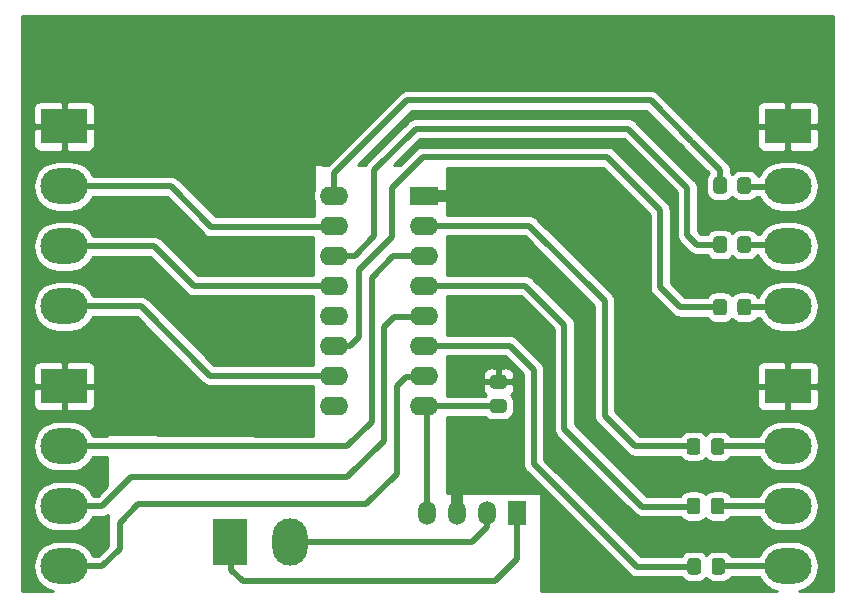
<source format=gbr>
%TF.GenerationSoftware,KiCad,Pcbnew,5.99.0+really5.1.10+dfsg1-1*%
%TF.CreationDate,2021-11-04T11:29:56+11:00*%
%TF.ProjectId,buffer,62756666-6572-42e6-9b69-6361645f7063,rev?*%
%TF.SameCoordinates,PX2faf080PY5f5e100*%
%TF.FileFunction,Copper,L2,Bot*%
%TF.FilePolarity,Positive*%
%FSLAX46Y46*%
G04 Gerber Fmt 4.6, Leading zero omitted, Abs format (unit mm)*
G04 Created by KiCad (PCBNEW 5.99.0+really5.1.10+dfsg1-1) date 2021-11-04 11:29:56*
%MOMM*%
%LPD*%
G01*
G04 APERTURE LIST*
%TA.AperFunction,ComponentPad*%
%ADD10R,1.500000X2.000000*%
%TD*%
%TA.AperFunction,ComponentPad*%
%ADD11O,1.500000X2.000000*%
%TD*%
%TA.AperFunction,ComponentPad*%
%ADD12O,2.400000X1.600000*%
%TD*%
%TA.AperFunction,ComponentPad*%
%ADD13R,2.400000X1.600000*%
%TD*%
%TA.AperFunction,ComponentPad*%
%ADD14R,3.000000X4.000000*%
%TD*%
%TA.AperFunction,ComponentPad*%
%ADD15O,3.000000X4.000000*%
%TD*%
%TA.AperFunction,ComponentPad*%
%ADD16O,4.000000X3.000000*%
%TD*%
%TA.AperFunction,ComponentPad*%
%ADD17R,4.000000X3.000000*%
%TD*%
%TA.AperFunction,ViaPad*%
%ADD18C,1.000000*%
%TD*%
%TA.AperFunction,Conductor*%
%ADD19C,1.016000*%
%TD*%
%TA.AperFunction,Conductor*%
%ADD20C,0.508000*%
%TD*%
%TA.AperFunction,Conductor*%
%ADD21C,0.254000*%
%TD*%
%TA.AperFunction,Conductor*%
%ADD22C,0.050000*%
%TD*%
G04 APERTURE END LIST*
%TO.P,L6,2*%
%TO.N,ZIPUL*%
%TA.AperFunction,SMDPad,CuDef*%
G36*
G01*
X60350000Y25150001D02*
X60350000Y24249999D01*
G75*
G02*
X60100001Y24000000I-249999J0D01*
G01*
X59449999Y24000000D01*
G75*
G02*
X59200000Y24249999I0J249999D01*
G01*
X59200000Y25150001D01*
G75*
G02*
X59449999Y25400000I249999J0D01*
G01*
X60100001Y25400000D01*
G75*
G02*
X60350000Y25150001I0J-249999D01*
G01*
G37*
%TD.AperFunction*%
%TO.P,L6,1*%
%TO.N,Net-(J2-Pad4)*%
%TA.AperFunction,SMDPad,CuDef*%
G36*
G01*
X62400000Y25150001D02*
X62400000Y24249999D01*
G75*
G02*
X62150001Y24000000I-249999J0D01*
G01*
X61499999Y24000000D01*
G75*
G02*
X61250000Y24249999I0J249999D01*
G01*
X61250000Y25150001D01*
G75*
G02*
X61499999Y25400000I249999J0D01*
G01*
X62150001Y25400000D01*
G75*
G02*
X62400000Y25150001I0J-249999D01*
G01*
G37*
%TD.AperFunction*%
%TD*%
%TO.P,L5,2*%
%TO.N,XIENA*%
%TA.AperFunction,SMDPad,CuDef*%
G36*
G01*
X58150000Y3200001D02*
X58150000Y2299999D01*
G75*
G02*
X57900001Y2050000I-249999J0D01*
G01*
X57249999Y2050000D01*
G75*
G02*
X57000000Y2299999I0J249999D01*
G01*
X57000000Y3200001D01*
G75*
G02*
X57249999Y3450000I249999J0D01*
G01*
X57900001Y3450000D01*
G75*
G02*
X58150000Y3200001I0J-249999D01*
G01*
G37*
%TD.AperFunction*%
%TO.P,L5,1*%
%TO.N,Net-(J1-Pad4)*%
%TA.AperFunction,SMDPad,CuDef*%
G36*
G01*
X60200000Y3200001D02*
X60200000Y2299999D01*
G75*
G02*
X59950001Y2050000I-249999J0D01*
G01*
X59299999Y2050000D01*
G75*
G02*
X59050000Y2299999I0J249999D01*
G01*
X59050000Y3200001D01*
G75*
G02*
X59299999Y3450000I249999J0D01*
G01*
X59950001Y3450000D01*
G75*
G02*
X60200000Y3200001I0J-249999D01*
G01*
G37*
%TD.AperFunction*%
%TD*%
%TO.P,L4,2*%
%TO.N,ZIDIR*%
%TA.AperFunction,SMDPad,CuDef*%
G36*
G01*
X60350000Y30450001D02*
X60350000Y29549999D01*
G75*
G02*
X60100001Y29300000I-249999J0D01*
G01*
X59449999Y29300000D01*
G75*
G02*
X59200000Y29549999I0J249999D01*
G01*
X59200000Y30450001D01*
G75*
G02*
X59449999Y30700000I249999J0D01*
G01*
X60100001Y30700000D01*
G75*
G02*
X60350000Y30450001I0J-249999D01*
G01*
G37*
%TD.AperFunction*%
%TO.P,L4,1*%
%TO.N,Net-(J2-Pad3)*%
%TA.AperFunction,SMDPad,CuDef*%
G36*
G01*
X62400000Y30450001D02*
X62400000Y29549999D01*
G75*
G02*
X62150001Y29300000I-249999J0D01*
G01*
X61499999Y29300000D01*
G75*
G02*
X61250000Y29549999I0J249999D01*
G01*
X61250000Y30450001D01*
G75*
G02*
X61499999Y30700000I249999J0D01*
G01*
X62150001Y30700000D01*
G75*
G02*
X62400000Y30450001I0J-249999D01*
G01*
G37*
%TD.AperFunction*%
%TD*%
%TO.P,L3,2*%
%TO.N,XIDIR*%
%TA.AperFunction,SMDPad,CuDef*%
G36*
G01*
X58100000Y8300001D02*
X58100000Y7399999D01*
G75*
G02*
X57850001Y7150000I-249999J0D01*
G01*
X57199999Y7150000D01*
G75*
G02*
X56950000Y7399999I0J249999D01*
G01*
X56950000Y8300001D01*
G75*
G02*
X57199999Y8550000I249999J0D01*
G01*
X57850001Y8550000D01*
G75*
G02*
X58100000Y8300001I0J-249999D01*
G01*
G37*
%TD.AperFunction*%
%TO.P,L3,1*%
%TO.N,Net-(J1-Pad3)*%
%TA.AperFunction,SMDPad,CuDef*%
G36*
G01*
X60150000Y8300001D02*
X60150000Y7399999D01*
G75*
G02*
X59900001Y7150000I-249999J0D01*
G01*
X59249999Y7150000D01*
G75*
G02*
X59000000Y7399999I0J249999D01*
G01*
X59000000Y8300001D01*
G75*
G02*
X59249999Y8550000I249999J0D01*
G01*
X59900001Y8550000D01*
G75*
G02*
X60150000Y8300001I0J-249999D01*
G01*
G37*
%TD.AperFunction*%
%TD*%
%TO.P,L2,2*%
%TO.N,ZIENA*%
%TA.AperFunction,SMDPad,CuDef*%
G36*
G01*
X60350000Y35450001D02*
X60350000Y34549999D01*
G75*
G02*
X60100001Y34300000I-249999J0D01*
G01*
X59449999Y34300000D01*
G75*
G02*
X59200000Y34549999I0J249999D01*
G01*
X59200000Y35450001D01*
G75*
G02*
X59449999Y35700000I249999J0D01*
G01*
X60100001Y35700000D01*
G75*
G02*
X60350000Y35450001I0J-249999D01*
G01*
G37*
%TD.AperFunction*%
%TO.P,L2,1*%
%TO.N,Net-(J2-Pad2)*%
%TA.AperFunction,SMDPad,CuDef*%
G36*
G01*
X62400000Y35450001D02*
X62400000Y34549999D01*
G75*
G02*
X62150001Y34300000I-249999J0D01*
G01*
X61499999Y34300000D01*
G75*
G02*
X61250000Y34549999I0J249999D01*
G01*
X61250000Y35450001D01*
G75*
G02*
X61499999Y35700000I249999J0D01*
G01*
X62150001Y35700000D01*
G75*
G02*
X62400000Y35450001I0J-249999D01*
G01*
G37*
%TD.AperFunction*%
%TD*%
%TO.P,L1,2*%
%TO.N,XIPUL*%
%TA.AperFunction,SMDPad,CuDef*%
G36*
G01*
X58100000Y13350001D02*
X58100000Y12449999D01*
G75*
G02*
X57850001Y12200000I-249999J0D01*
G01*
X57199999Y12200000D01*
G75*
G02*
X56950000Y12449999I0J249999D01*
G01*
X56950000Y13350001D01*
G75*
G02*
X57199999Y13600000I249999J0D01*
G01*
X57850001Y13600000D01*
G75*
G02*
X58100000Y13350001I0J-249999D01*
G01*
G37*
%TD.AperFunction*%
%TO.P,L1,1*%
%TO.N,Net-(J1-Pad2)*%
%TA.AperFunction,SMDPad,CuDef*%
G36*
G01*
X60150000Y13350001D02*
X60150000Y12449999D01*
G75*
G02*
X59900001Y12200000I-249999J0D01*
G01*
X59249999Y12200000D01*
G75*
G02*
X59000000Y12449999I0J249999D01*
G01*
X59000000Y13350001D01*
G75*
G02*
X59249999Y13600000I249999J0D01*
G01*
X59900001Y13600000D01*
G75*
G02*
X60150000Y13350001I0J-249999D01*
G01*
G37*
%TD.AperFunction*%
%TD*%
D10*
%TO.P,U2,1*%
%TO.N,VIN-*%
X42600000Y7300000D03*
D11*
%TO.P,U2,2*%
%TO.N,VIN+*%
X40060000Y7300000D03*
%TO.P,U2,3*%
%TO.N,GND*%
X37520000Y7300000D03*
%TO.P,U2,4*%
%TO.N,+5V*%
X34980000Y7300000D03*
%TD*%
D12*
%TO.P,U1,16*%
%TO.N,N/C*%
X27130000Y16350000D03*
D13*
%TO.P,U1,8*%
%TO.N,GND*%
X34750000Y34130000D03*
D12*
%TO.P,U1,15*%
%TO.N,ZOPUL*%
X27130000Y18890000D03*
%TO.P,U1,7*%
%TO.N,XIPUL*%
X34750000Y31590000D03*
%TO.P,U1,14*%
%TO.N,ZIPUL*%
X27130000Y21430000D03*
%TO.P,U1,6*%
%TO.N,XOPUL*%
X34750000Y29050000D03*
%TO.P,U1,13*%
%TO.N,N/C*%
X27130000Y23970000D03*
%TO.P,U1,5*%
%TO.N,XIDIR*%
X34750000Y26510000D03*
%TO.P,U1,12*%
%TO.N,ZODIR*%
X27130000Y26510000D03*
%TO.P,U1,4*%
%TO.N,XODIR*%
X34750000Y23970000D03*
%TO.P,U1,11*%
%TO.N,ZIDIR*%
X27130000Y29050000D03*
%TO.P,U1,3*%
%TO.N,XIENA*%
X34750000Y21430000D03*
%TO.P,U1,10*%
%TO.N,ZOENA*%
X27130000Y31590000D03*
%TO.P,U1,2*%
%TO.N,XOENA*%
X34750000Y18890000D03*
%TO.P,U1,9*%
%TO.N,ZIENA*%
X27130000Y34130000D03*
%TO.P,U1,1*%
%TO.N,+5V*%
X34750000Y16350000D03*
%TD*%
D14*
%TO.P,J5,2*%
%TO.N,VIN-*%
X18320000Y4800000D03*
D15*
%TO.P,J5,1*%
%TO.N,VIN+*%
X23400000Y4800000D03*
%TD*%
D16*
%TO.P,J4,4*%
%TO.N,ZOPUL*%
X4250000Y24760000D03*
D17*
%TO.P,J4,1*%
%TO.N,GND*%
X4250000Y40000000D03*
D16*
%TO.P,J4,3*%
%TO.N,ZODIR*%
X4250000Y29840000D03*
%TO.P,J4,2*%
%TO.N,ZOENA*%
X4250000Y34920000D03*
%TD*%
%TO.P,J3,4*%
%TO.N,XOENA*%
X4250000Y2760000D03*
D17*
%TO.P,J3,1*%
%TO.N,GND*%
X4250000Y18000000D03*
D16*
%TO.P,J3,3*%
%TO.N,XODIR*%
X4250000Y7840000D03*
%TO.P,J3,2*%
%TO.N,XOPUL*%
X4250000Y12920000D03*
%TD*%
%TO.P,J2,4*%
%TO.N,Net-(J2-Pad4)*%
X65500000Y24760000D03*
D17*
%TO.P,J2,1*%
%TO.N,GND*%
X65500000Y40000000D03*
D16*
%TO.P,J2,3*%
%TO.N,Net-(J2-Pad3)*%
X65500000Y29840000D03*
%TO.P,J2,2*%
%TO.N,Net-(J2-Pad2)*%
X65500000Y34920000D03*
%TD*%
%TO.P,J1,4*%
%TO.N,Net-(J1-Pad4)*%
X65500000Y2760000D03*
D17*
%TO.P,J1,1*%
%TO.N,GND*%
X65500000Y18000000D03*
D16*
%TO.P,J1,3*%
%TO.N,Net-(J1-Pad3)*%
X65500000Y7840000D03*
%TO.P,J1,2*%
%TO.N,Net-(J1-Pad2)*%
X65500000Y12920000D03*
%TD*%
%TO.P,C1,2*%
%TO.N,GND*%
%TA.AperFunction,SMDPad,CuDef*%
G36*
G01*
X41450001Y17800000D02*
X40549999Y17800000D01*
G75*
G02*
X40300000Y18049999I0J249999D01*
G01*
X40300000Y18700001D01*
G75*
G02*
X40549999Y18950000I249999J0D01*
G01*
X41450001Y18950000D01*
G75*
G02*
X41700000Y18700001I0J-249999D01*
G01*
X41700000Y18049999D01*
G75*
G02*
X41450001Y17800000I-249999J0D01*
G01*
G37*
%TD.AperFunction*%
%TO.P,C1,1*%
%TO.N,+5V*%
%TA.AperFunction,SMDPad,CuDef*%
G36*
G01*
X41450001Y15750000D02*
X40549999Y15750000D01*
G75*
G02*
X40300000Y15999999I0J249999D01*
G01*
X40300000Y16650001D01*
G75*
G02*
X40549999Y16900000I249999J0D01*
G01*
X41450001Y16900000D01*
G75*
G02*
X41700000Y16650001I0J-249999D01*
G01*
X41700000Y15999999D01*
G75*
G02*
X41450001Y15750000I-249999J0D01*
G01*
G37*
%TD.AperFunction*%
%TD*%
D18*
%TO.N,GND*%
X38200000Y18400000D03*
X38270000Y34130000D03*
%TD*%
D19*
%TO.N,GND*%
X37520000Y7300000D02*
X37520000Y9580000D01*
X34750000Y34130000D02*
X38270000Y34130000D01*
D20*
X38225000Y18375000D02*
X38200000Y18400000D01*
X41000000Y18375000D02*
X38225000Y18375000D01*
%TO.N,+5V*%
X41000000Y16325000D02*
X34775000Y16325000D01*
X34775000Y16325000D02*
X34750000Y16350000D01*
X34980000Y7300000D02*
X34980000Y16120000D01*
X34980000Y16120000D02*
X34800000Y16300000D01*
%TO.N,XIPUL*%
X50000000Y15500000D02*
X52600000Y12900000D01*
X50000000Y25200000D02*
X50000000Y15500000D01*
X43610000Y31590000D02*
X50000000Y25200000D01*
X34750000Y31590000D02*
X43610000Y31590000D01*
X52600000Y12900000D02*
X57500000Y12900000D01*
%TO.N,XIDIR*%
X53200000Y7800000D02*
X57500000Y7800000D01*
X46600000Y14400000D02*
X53200000Y7800000D01*
X46600000Y23200000D02*
X46600000Y14400000D01*
X43290000Y26510000D02*
X46600000Y23200000D01*
X34750000Y26510000D02*
X43290000Y26510000D01*
%TO.N,XIENA*%
X52700000Y2700000D02*
X57600000Y2700000D01*
X44000000Y11400000D02*
X52700000Y2700000D01*
X44000000Y19400000D02*
X44000000Y11400000D01*
X41970000Y21430000D02*
X44000000Y19400000D01*
X34750000Y21430000D02*
X41970000Y21430000D01*
%TO.N,ZIPUL*%
X56400000Y24700000D02*
X59800000Y24700000D01*
X54700000Y26400000D02*
X56400000Y24700000D01*
X54700000Y32900000D02*
X54700000Y26400000D01*
X50200000Y37400000D02*
X54700000Y32900000D01*
X32000000Y30600000D02*
X32000000Y34800000D01*
X29200000Y27800000D02*
X32000000Y30600000D01*
X34600000Y37400000D02*
X50200000Y37400000D01*
X29200000Y22200000D02*
X29200000Y27800000D01*
X28430000Y21430000D02*
X29200000Y22200000D01*
X32000000Y34800000D02*
X34600000Y37400000D01*
X27130000Y21430000D02*
X28430000Y21430000D01*
%TO.N,ZIDIR*%
X57800000Y30000000D02*
X59600000Y30000000D01*
X57000000Y30800000D02*
X57800000Y30000000D01*
X57000000Y34800000D02*
X57000000Y30800000D01*
X52000000Y39800000D02*
X57000000Y34800000D01*
X59600000Y30000000D02*
X59700000Y29900000D01*
X34000000Y39800000D02*
X52000000Y39800000D01*
X30500000Y36300000D02*
X34000000Y39800000D01*
X28850000Y29050000D02*
X30500000Y30700000D01*
X30500000Y30700000D02*
X30500000Y36300000D01*
X27130000Y29050000D02*
X28850000Y29050000D01*
%TO.N,Net-(J2-Pad4)*%
X65500000Y24800000D02*
X65500000Y24700000D01*
X65500000Y24700000D02*
X65400000Y24700000D01*
%TO.N,Net-(J2-Pad3)*%
X65000000Y30000000D02*
X65400000Y29600000D01*
%TO.N,ZIENA*%
X57400000Y38700000D02*
X59800000Y36300000D01*
X59800000Y36300000D02*
X59800000Y35000000D01*
X59800000Y35000000D02*
X59800000Y34900000D01*
X53900000Y42200000D02*
X57300000Y38800000D01*
X33300000Y42200000D02*
X53900000Y42200000D01*
X27130000Y36030000D02*
X33300000Y42200000D01*
X27130000Y34130000D02*
X27130000Y36030000D01*
%TO.N,XOPUL*%
X34700000Y29000000D02*
X34800000Y29100000D01*
X32100000Y29000000D02*
X34700000Y29000000D01*
X30300000Y27200000D02*
X32100000Y29000000D01*
X30300000Y15000000D02*
X30300000Y27200000D01*
X28220000Y12920000D02*
X30300000Y15000000D01*
X4250000Y12920000D02*
X28220000Y12920000D01*
%TO.N,XODIR*%
X32200000Y23900000D02*
X34700000Y23900000D01*
X28200000Y10300000D02*
X31300000Y13400000D01*
X9900000Y10300000D02*
X28200000Y10300000D01*
X31300000Y23000000D02*
X32200000Y23900000D01*
X31300000Y13400000D02*
X31300000Y23000000D01*
X7440000Y7840000D02*
X9900000Y10300000D01*
X4250000Y7840000D02*
X7440000Y7840000D01*
%TO.N,XOENA*%
X32400000Y18000000D02*
X33200000Y18800000D01*
X32400000Y10600000D02*
X32400000Y18000000D01*
X29800000Y8000000D02*
X32400000Y10600000D01*
X10500000Y8000000D02*
X29800000Y8000000D01*
X33200000Y18800000D02*
X34700000Y18800000D01*
X8950000Y6450000D02*
X10500000Y8000000D01*
X8950000Y4250000D02*
X8950000Y6450000D01*
X7460000Y2760000D02*
X8950000Y4250000D01*
X4250000Y2760000D02*
X7460000Y2760000D01*
%TO.N,ZOPUL*%
X4250000Y24760000D02*
X10740000Y24760000D01*
X10740000Y24760000D02*
X16600000Y18900000D01*
X16600000Y18900000D02*
X27000000Y18900000D01*
X27000000Y18900000D02*
X27100000Y18800000D01*
%TO.N,ZODIR*%
X4250000Y29840000D02*
X11860000Y29840000D01*
X11860000Y29840000D02*
X15200000Y26500000D01*
X15200000Y26500000D02*
X27300000Y26500000D01*
%TO.N,ZOENA*%
X4250000Y34920000D02*
X13280000Y34920000D01*
X13280000Y34920000D02*
X16700000Y31500000D01*
X16700000Y31500000D02*
X27100000Y31500000D01*
X27100000Y31500000D02*
X27100000Y31400000D01*
%TO.N,VIN-*%
X42600000Y7200000D02*
X42500000Y7200000D01*
X42600000Y3400000D02*
X42600000Y7200000D01*
X19350000Y1500000D02*
X40700000Y1500000D01*
X18400000Y2450000D02*
X19350000Y1500000D01*
X40700000Y1500000D02*
X42600000Y3400000D01*
X18400000Y5000000D02*
X18400000Y2450000D01*
%TO.N,VIN+*%
X40060000Y7300000D02*
X40060000Y6060000D01*
X23400000Y4800000D02*
X38800000Y4800000D01*
X38800000Y4800000D02*
X40060000Y6060000D01*
%TO.N,Net-(J1-Pad4)*%
X59625000Y2750000D02*
X65450000Y2750000D01*
%TO.N,Net-(J1-Pad3)*%
X59575000Y7850000D02*
X65450000Y7850000D01*
%TO.N,Net-(J1-Pad2)*%
X59575000Y12900000D02*
X65400000Y12900000D01*
%TO.N,Net-(J2-Pad4)*%
X61825000Y24700000D02*
X65500000Y24700000D01*
%TO.N,Net-(J2-Pad3)*%
X61825000Y30000000D02*
X65500000Y30000000D01*
X65500000Y30000000D02*
X65600000Y29900000D01*
%TO.N,Net-(J2-Pad2)*%
X61900000Y34900000D02*
X65500000Y34900000D01*
X61800000Y35000000D02*
X61900000Y34900000D01*
%TD*%
D21*
%TO.N,GND*%
X69340000Y660000D02*
X66432075Y660000D01*
X66820982Y777974D01*
X67191881Y976223D01*
X67516977Y1243023D01*
X67783777Y1568119D01*
X67982026Y1939018D01*
X68104108Y2341467D01*
X68145330Y2760000D01*
X68104108Y3178533D01*
X67982026Y3580982D01*
X67783777Y3951881D01*
X67516977Y4276977D01*
X67191881Y4543777D01*
X66820982Y4742026D01*
X66418533Y4864108D01*
X66104882Y4895000D01*
X64895118Y4895000D01*
X64581467Y4864108D01*
X64179018Y4742026D01*
X63808119Y4543777D01*
X63483023Y4276977D01*
X63216223Y3951881D01*
X63048985Y3639000D01*
X60717476Y3639000D01*
X60688405Y3693387D01*
X60577962Y3827962D01*
X60443387Y3938405D01*
X60289851Y4020472D01*
X60123255Y4071008D01*
X59950001Y4088072D01*
X59299999Y4088072D01*
X59126745Y4071008D01*
X58960149Y4020472D01*
X58806613Y3938405D01*
X58672038Y3827962D01*
X58600000Y3740184D01*
X58527962Y3827962D01*
X58393387Y3938405D01*
X58239851Y4020472D01*
X58073255Y4071008D01*
X57900001Y4088072D01*
X57249999Y4088072D01*
X57076745Y4071008D01*
X56910149Y4020472D01*
X56756613Y3938405D01*
X56622038Y3827962D01*
X56511595Y3693387D01*
X56455799Y3589000D01*
X53068236Y3589000D01*
X44889000Y11768235D01*
X44889000Y19356332D01*
X44893301Y19400000D01*
X44876136Y19574275D01*
X44855364Y19642752D01*
X44825303Y19741851D01*
X44742753Y19896291D01*
X44631659Y20031659D01*
X44597743Y20059493D01*
X42629499Y22027736D01*
X42601659Y22061659D01*
X42466291Y22172753D01*
X42311851Y22255303D01*
X42144274Y22306136D01*
X42013667Y22319000D01*
X42013660Y22319000D01*
X41970000Y22323300D01*
X41926340Y22319000D01*
X36651566Y22319000D01*
X36645365Y25621000D01*
X42921765Y25621000D01*
X45711000Y22831764D01*
X45711001Y14443670D01*
X45706700Y14400000D01*
X45723864Y14225726D01*
X45774698Y14058148D01*
X45857248Y13903709D01*
X45885104Y13869767D01*
X45968342Y13768341D01*
X46002259Y13740506D01*
X52540506Y7202258D01*
X52568341Y7168341D01*
X52703709Y7057247D01*
X52858149Y6974697D01*
X52951793Y6946291D01*
X53025725Y6923864D01*
X53200000Y6906699D01*
X53243668Y6911000D01*
X56459250Y6911000D01*
X56461595Y6906613D01*
X56572038Y6772038D01*
X56706613Y6661595D01*
X56860149Y6579528D01*
X57026745Y6528992D01*
X57199999Y6511928D01*
X57850001Y6511928D01*
X58023255Y6528992D01*
X58189851Y6579528D01*
X58343387Y6661595D01*
X58477962Y6772038D01*
X58550000Y6859816D01*
X58622038Y6772038D01*
X58756613Y6661595D01*
X58910149Y6579528D01*
X59076745Y6528992D01*
X59249999Y6511928D01*
X59900001Y6511928D01*
X60073255Y6528992D01*
X60239851Y6579528D01*
X60393387Y6661595D01*
X60527962Y6772038D01*
X60638405Y6906613D01*
X60667476Y6961000D01*
X63048985Y6961000D01*
X63216223Y6648119D01*
X63483023Y6323023D01*
X63808119Y6056223D01*
X64179018Y5857974D01*
X64581467Y5735892D01*
X64895118Y5705000D01*
X66104882Y5705000D01*
X66418533Y5735892D01*
X66820982Y5857974D01*
X67191881Y6056223D01*
X67516977Y6323023D01*
X67783777Y6648119D01*
X67982026Y7019018D01*
X68104108Y7421467D01*
X68145330Y7840000D01*
X68104108Y8258533D01*
X67982026Y8660982D01*
X67783777Y9031881D01*
X67516977Y9356977D01*
X67191881Y9623777D01*
X66820982Y9822026D01*
X66418533Y9944108D01*
X66104882Y9975000D01*
X64895118Y9975000D01*
X64581467Y9944108D01*
X64179018Y9822026D01*
X63808119Y9623777D01*
X63483023Y9356977D01*
X63216223Y9031881D01*
X63059675Y8739000D01*
X60667476Y8739000D01*
X60638405Y8793387D01*
X60527962Y8927962D01*
X60393387Y9038405D01*
X60239851Y9120472D01*
X60073255Y9171008D01*
X59900001Y9188072D01*
X59249999Y9188072D01*
X59076745Y9171008D01*
X58910149Y9120472D01*
X58756613Y9038405D01*
X58622038Y8927962D01*
X58550000Y8840184D01*
X58477962Y8927962D01*
X58343387Y9038405D01*
X58189851Y9120472D01*
X58023255Y9171008D01*
X57850001Y9188072D01*
X57199999Y9188072D01*
X57026745Y9171008D01*
X56860149Y9120472D01*
X56706613Y9038405D01*
X56572038Y8927962D01*
X56461595Y8793387D01*
X56405799Y8689000D01*
X53568236Y8689000D01*
X47489000Y14768235D01*
X47489000Y23156340D01*
X47493300Y23200000D01*
X47489000Y23243660D01*
X47489000Y23243667D01*
X47476136Y23374274D01*
X47467208Y23403708D01*
X47425302Y23541853D01*
X47382442Y23622038D01*
X47342753Y23696291D01*
X47231659Y23831659D01*
X47197743Y23859493D01*
X43949499Y27107736D01*
X43921659Y27141659D01*
X43786291Y27252753D01*
X43631851Y27335303D01*
X43464274Y27386136D01*
X43333667Y27399000D01*
X43333660Y27399000D01*
X43290000Y27403300D01*
X43246340Y27399000D01*
X36642026Y27399000D01*
X36635825Y30701000D01*
X43241765Y30701000D01*
X49111000Y24831764D01*
X49111001Y15543670D01*
X49106700Y15500000D01*
X49123864Y15325726D01*
X49174698Y15158148D01*
X49257248Y15003709D01*
X49296129Y14956333D01*
X49368342Y14868341D01*
X49402259Y14840506D01*
X51940501Y12302264D01*
X51968341Y12268341D01*
X52103709Y12157247D01*
X52258149Y12074697D01*
X52324058Y12054704D01*
X52425724Y12023864D01*
X52458924Y12020594D01*
X52556333Y12011000D01*
X52556339Y12011000D01*
X52599999Y12006700D01*
X52643659Y12011000D01*
X56432524Y12011000D01*
X56461595Y11956613D01*
X56572038Y11822038D01*
X56706613Y11711595D01*
X56860149Y11629528D01*
X57026745Y11578992D01*
X57199999Y11561928D01*
X57850001Y11561928D01*
X58023255Y11578992D01*
X58189851Y11629528D01*
X58343387Y11711595D01*
X58477962Y11822038D01*
X58550000Y11909816D01*
X58622038Y11822038D01*
X58756613Y11711595D01*
X58910149Y11629528D01*
X59076745Y11578992D01*
X59249999Y11561928D01*
X59900001Y11561928D01*
X60073255Y11578992D01*
X60239851Y11629528D01*
X60393387Y11711595D01*
X60527962Y11822038D01*
X60638405Y11956613D01*
X60667476Y12011000D01*
X63065020Y12011000D01*
X63216223Y11728119D01*
X63483023Y11403023D01*
X63808119Y11136223D01*
X64179018Y10937974D01*
X64581467Y10815892D01*
X64895118Y10785000D01*
X66104882Y10785000D01*
X66418533Y10815892D01*
X66820982Y10937974D01*
X67191881Y11136223D01*
X67516977Y11403023D01*
X67783777Y11728119D01*
X67982026Y12099018D01*
X68104108Y12501467D01*
X68145330Y12920000D01*
X68104108Y13338533D01*
X67982026Y13740982D01*
X67783777Y14111881D01*
X67516977Y14436977D01*
X67191881Y14703777D01*
X66820982Y14902026D01*
X66418533Y15024108D01*
X66104882Y15055000D01*
X64895118Y15055000D01*
X64581467Y15024108D01*
X64179018Y14902026D01*
X63808119Y14703777D01*
X63483023Y14436977D01*
X63216223Y14111881D01*
X63043640Y13789000D01*
X60667476Y13789000D01*
X60638405Y13843387D01*
X60527962Y13977962D01*
X60393387Y14088405D01*
X60239851Y14170472D01*
X60073255Y14221008D01*
X59900001Y14238072D01*
X59249999Y14238072D01*
X59076745Y14221008D01*
X58910149Y14170472D01*
X58756613Y14088405D01*
X58622038Y13977962D01*
X58550000Y13890184D01*
X58477962Y13977962D01*
X58343387Y14088405D01*
X58189851Y14170472D01*
X58023255Y14221008D01*
X57850001Y14238072D01*
X57199999Y14238072D01*
X57026745Y14221008D01*
X56860149Y14170472D01*
X56706613Y14088405D01*
X56572038Y13977962D01*
X56461595Y13843387D01*
X56432524Y13789000D01*
X52968235Y13789000D01*
X50889000Y15868235D01*
X50889000Y16500000D01*
X62861928Y16500000D01*
X62874188Y16375518D01*
X62910498Y16255820D01*
X62969463Y16145506D01*
X63048815Y16048815D01*
X63145506Y15969463D01*
X63255820Y15910498D01*
X63375518Y15874188D01*
X63500000Y15861928D01*
X65214250Y15865000D01*
X65373000Y16023750D01*
X65373000Y17873000D01*
X65627000Y17873000D01*
X65627000Y16023750D01*
X65785750Y15865000D01*
X67500000Y15861928D01*
X67624482Y15874188D01*
X67744180Y15910498D01*
X67854494Y15969463D01*
X67951185Y16048815D01*
X68030537Y16145506D01*
X68089502Y16255820D01*
X68125812Y16375518D01*
X68138072Y16500000D01*
X68135000Y17714250D01*
X67976250Y17873000D01*
X65627000Y17873000D01*
X65373000Y17873000D01*
X63023750Y17873000D01*
X62865000Y17714250D01*
X62861928Y16500000D01*
X50889000Y16500000D01*
X50889000Y19500000D01*
X62861928Y19500000D01*
X62865000Y18285750D01*
X63023750Y18127000D01*
X65373000Y18127000D01*
X65373000Y19976250D01*
X65627000Y19976250D01*
X65627000Y18127000D01*
X67976250Y18127000D01*
X68135000Y18285750D01*
X68138072Y19500000D01*
X68125812Y19624482D01*
X68089502Y19744180D01*
X68030537Y19854494D01*
X67951185Y19951185D01*
X67854494Y20030537D01*
X67744180Y20089502D01*
X67624482Y20125812D01*
X67500000Y20138072D01*
X65785750Y20135000D01*
X65627000Y19976250D01*
X65373000Y19976250D01*
X65214250Y20135000D01*
X63500000Y20138072D01*
X63375518Y20125812D01*
X63255820Y20089502D01*
X63145506Y20030537D01*
X63048815Y19951185D01*
X62969463Y19854494D01*
X62910498Y19744180D01*
X62874188Y19624482D01*
X62861928Y19500000D01*
X50889000Y19500000D01*
X50889000Y25156340D01*
X50893300Y25200000D01*
X50889000Y25243660D01*
X50889000Y25243667D01*
X50876136Y25374274D01*
X50870863Y25391659D01*
X50858729Y25431659D01*
X50825303Y25541851D01*
X50742753Y25696291D01*
X50631659Y25831659D01*
X50597743Y25859493D01*
X44269499Y32187736D01*
X44241659Y32221659D01*
X44106291Y32332753D01*
X43951851Y32415303D01*
X43784274Y32466136D01*
X43653667Y32479000D01*
X43653660Y32479000D01*
X43610000Y32483300D01*
X43566340Y32479000D01*
X36632486Y32479000D01*
X36627000Y35400238D01*
X36624560Y35424776D01*
X36622112Y35432845D01*
X36626831Y36511000D01*
X49831765Y36511000D01*
X53811000Y32531764D01*
X53811001Y26443670D01*
X53806700Y26400000D01*
X53823864Y26225726D01*
X53874698Y26058148D01*
X53957248Y25903709D01*
X54009118Y25840506D01*
X54068342Y25768341D01*
X54102259Y25740506D01*
X55740506Y24102258D01*
X55768341Y24068341D01*
X55903709Y23957247D01*
X56058149Y23874697D01*
X56152758Y23845998D01*
X56225725Y23823864D01*
X56244073Y23822057D01*
X56356333Y23811000D01*
X56356339Y23811000D01*
X56399999Y23806700D01*
X56443659Y23811000D01*
X58682524Y23811000D01*
X58711595Y23756613D01*
X58822038Y23622038D01*
X58956613Y23511595D01*
X59110149Y23429528D01*
X59276745Y23378992D01*
X59449999Y23361928D01*
X60100001Y23361928D01*
X60273255Y23378992D01*
X60439851Y23429528D01*
X60593387Y23511595D01*
X60727962Y23622038D01*
X60800000Y23709816D01*
X60872038Y23622038D01*
X61006613Y23511595D01*
X61160149Y23429528D01*
X61326745Y23378992D01*
X61499999Y23361928D01*
X62150001Y23361928D01*
X62323255Y23378992D01*
X62489851Y23429528D01*
X62643387Y23511595D01*
X62777962Y23622038D01*
X62888405Y23756613D01*
X62917476Y23811000D01*
X63086401Y23811000D01*
X63216223Y23568119D01*
X63483023Y23243023D01*
X63808119Y22976223D01*
X64179018Y22777974D01*
X64581467Y22655892D01*
X64895118Y22625000D01*
X66104882Y22625000D01*
X66418533Y22655892D01*
X66820982Y22777974D01*
X67191881Y22976223D01*
X67516977Y23243023D01*
X67783777Y23568119D01*
X67982026Y23939018D01*
X68104108Y24341467D01*
X68145330Y24760000D01*
X68104108Y25178533D01*
X67982026Y25580982D01*
X67783777Y25951881D01*
X67516977Y26276977D01*
X67191881Y26543777D01*
X66820982Y26742026D01*
X66418533Y26864108D01*
X66104882Y26895000D01*
X64895118Y26895000D01*
X64581467Y26864108D01*
X64179018Y26742026D01*
X63808119Y26543777D01*
X63483023Y26276977D01*
X63216223Y25951881D01*
X63022260Y25589000D01*
X62917476Y25589000D01*
X62888405Y25643387D01*
X62777962Y25777962D01*
X62643387Y25888405D01*
X62489851Y25970472D01*
X62323255Y26021008D01*
X62150001Y26038072D01*
X61499999Y26038072D01*
X61326745Y26021008D01*
X61160149Y25970472D01*
X61006613Y25888405D01*
X60872038Y25777962D01*
X60800000Y25690184D01*
X60727962Y25777962D01*
X60593387Y25888405D01*
X60439851Y25970472D01*
X60273255Y26021008D01*
X60100001Y26038072D01*
X59449999Y26038072D01*
X59276745Y26021008D01*
X59110149Y25970472D01*
X58956613Y25888405D01*
X58822038Y25777962D01*
X58711595Y25643387D01*
X58682524Y25589000D01*
X56768236Y25589000D01*
X55589000Y26768235D01*
X55589000Y32856341D01*
X55593300Y32900001D01*
X55589000Y32943661D01*
X55589000Y32943667D01*
X55576136Y33074274D01*
X55525303Y33241851D01*
X55442753Y33396291D01*
X55331659Y33531659D01*
X55297743Y33559493D01*
X50859499Y37997736D01*
X50831659Y38031659D01*
X50696291Y38142753D01*
X50541851Y38225303D01*
X50374274Y38276136D01*
X50243667Y38289000D01*
X50243660Y38289000D01*
X50200000Y38293300D01*
X50156340Y38289000D01*
X34643659Y38289000D01*
X34599999Y38293300D01*
X34556339Y38289000D01*
X34556333Y38289000D01*
X34458924Y38279406D01*
X34425724Y38276136D01*
X34324058Y38245296D01*
X34258149Y38225303D01*
X34103709Y38142753D01*
X33968341Y38031659D01*
X33940501Y37997736D01*
X32654728Y36711963D01*
X32173572Y36716337D01*
X34368236Y38911000D01*
X51631765Y38911000D01*
X56111000Y34431764D01*
X56111001Y30843670D01*
X56106700Y30800000D01*
X56123864Y30625726D01*
X56174698Y30458148D01*
X56257248Y30303709D01*
X56368342Y30168341D01*
X56402259Y30140506D01*
X57140504Y29402260D01*
X57168341Y29368341D01*
X57303709Y29257247D01*
X57458149Y29174697D01*
X57552758Y29145998D01*
X57625725Y29123864D01*
X57642325Y29122229D01*
X57756333Y29111000D01*
X57756340Y29111000D01*
X57800000Y29106700D01*
X57843660Y29111000D01*
X58682524Y29111000D01*
X58711595Y29056613D01*
X58822038Y28922038D01*
X58956613Y28811595D01*
X59110149Y28729528D01*
X59276745Y28678992D01*
X59449999Y28661928D01*
X60100001Y28661928D01*
X60273255Y28678992D01*
X60439851Y28729528D01*
X60593387Y28811595D01*
X60727962Y28922038D01*
X60800000Y29009816D01*
X60872038Y28922038D01*
X61006613Y28811595D01*
X61160149Y28729528D01*
X61326745Y28678992D01*
X61499999Y28661928D01*
X62150001Y28661928D01*
X62323255Y28678992D01*
X62489851Y28729528D01*
X62643387Y28811595D01*
X62777962Y28922038D01*
X62888405Y29056613D01*
X62917476Y29111000D01*
X62990071Y29111000D01*
X63017974Y29019018D01*
X63216223Y28648119D01*
X63483023Y28323023D01*
X63808119Y28056223D01*
X64179018Y27857974D01*
X64581467Y27735892D01*
X64895118Y27705000D01*
X66104882Y27705000D01*
X66418533Y27735892D01*
X66820982Y27857974D01*
X67191881Y28056223D01*
X67516977Y28323023D01*
X67783777Y28648119D01*
X67982026Y29019018D01*
X68104108Y29421467D01*
X68145330Y29840000D01*
X68104108Y30258533D01*
X67982026Y30660982D01*
X67783777Y31031881D01*
X67516977Y31356977D01*
X67191881Y31623777D01*
X66820982Y31822026D01*
X66418533Y31944108D01*
X66104882Y31975000D01*
X64895118Y31975000D01*
X64581467Y31944108D01*
X64179018Y31822026D01*
X63808119Y31623777D01*
X63483023Y31356977D01*
X63216223Y31031881D01*
X63139852Y30889000D01*
X62917476Y30889000D01*
X62888405Y30943387D01*
X62777962Y31077962D01*
X62643387Y31188405D01*
X62489851Y31270472D01*
X62323255Y31321008D01*
X62150001Y31338072D01*
X61499999Y31338072D01*
X61326745Y31321008D01*
X61160149Y31270472D01*
X61006613Y31188405D01*
X60872038Y31077962D01*
X60800000Y30990184D01*
X60727962Y31077962D01*
X60593387Y31188405D01*
X60439851Y31270472D01*
X60273255Y31321008D01*
X60100001Y31338072D01*
X59449999Y31338072D01*
X59276745Y31321008D01*
X59110149Y31270472D01*
X58956613Y31188405D01*
X58822038Y31077962D01*
X58711595Y30943387D01*
X58682524Y30889000D01*
X58168236Y30889000D01*
X57889000Y31168235D01*
X57889000Y34756340D01*
X57893300Y34800000D01*
X57889000Y34843660D01*
X57889000Y34843667D01*
X57876136Y34974274D01*
X57825303Y35141851D01*
X57742753Y35296291D01*
X57631659Y35431659D01*
X57597743Y35459493D01*
X52659499Y40397736D01*
X52631659Y40431659D01*
X52496291Y40542753D01*
X52341851Y40625303D01*
X52174274Y40676136D01*
X52043667Y40689000D01*
X52043660Y40689000D01*
X52000000Y40693300D01*
X51956340Y40689000D01*
X34043659Y40689000D01*
X33999999Y40693300D01*
X33956339Y40689000D01*
X33956333Y40689000D01*
X33858924Y40679406D01*
X33825724Y40676136D01*
X33724058Y40645296D01*
X33658149Y40625303D01*
X33503709Y40542753D01*
X33368341Y40431659D01*
X33340506Y40397742D01*
X29902259Y36959494D01*
X29868342Y36931659D01*
X29840507Y36897742D01*
X29840505Y36897740D01*
X29757248Y36796291D01*
X29726403Y36738584D01*
X29101500Y36744265D01*
X33668236Y41311000D01*
X53531765Y41311000D01*
X56702259Y38140505D01*
X56723267Y38123264D01*
X56740505Y38102260D01*
X58796239Y36046525D01*
X58711595Y35943387D01*
X58629528Y35789851D01*
X58578992Y35623255D01*
X58561928Y35450001D01*
X58561928Y34549999D01*
X58578992Y34376745D01*
X58629528Y34210149D01*
X58711595Y34056613D01*
X58822038Y33922038D01*
X58956613Y33811595D01*
X59110149Y33729528D01*
X59276745Y33678992D01*
X59449999Y33661928D01*
X60100001Y33661928D01*
X60273255Y33678992D01*
X60439851Y33729528D01*
X60593387Y33811595D01*
X60727962Y33922038D01*
X60800000Y34009816D01*
X60872038Y33922038D01*
X61006613Y33811595D01*
X61160149Y33729528D01*
X61326745Y33678992D01*
X61499999Y33661928D01*
X62150001Y33661928D01*
X62323255Y33678992D01*
X62489851Y33729528D01*
X62643387Y33811595D01*
X62777962Y33922038D01*
X62850971Y34011000D01*
X63065020Y34011000D01*
X63216223Y33728119D01*
X63483023Y33403023D01*
X63808119Y33136223D01*
X64179018Y32937974D01*
X64581467Y32815892D01*
X64895118Y32785000D01*
X66104882Y32785000D01*
X66418533Y32815892D01*
X66820982Y32937974D01*
X67191881Y33136223D01*
X67516977Y33403023D01*
X67783777Y33728119D01*
X67982026Y34099018D01*
X68104108Y34501467D01*
X68145330Y34920000D01*
X68104108Y35338533D01*
X67982026Y35740982D01*
X67783777Y36111881D01*
X67516977Y36436977D01*
X67191881Y36703777D01*
X66820982Y36902026D01*
X66418533Y37024108D01*
X66104882Y37055000D01*
X64895118Y37055000D01*
X64581467Y37024108D01*
X64179018Y36902026D01*
X63808119Y36703777D01*
X63483023Y36436977D01*
X63216223Y36111881D01*
X63043640Y35789000D01*
X62970730Y35789000D01*
X62970472Y35789851D01*
X62888405Y35943387D01*
X62777962Y36077962D01*
X62643387Y36188405D01*
X62489851Y36270472D01*
X62323255Y36321008D01*
X62150001Y36338072D01*
X61499999Y36338072D01*
X61326745Y36321008D01*
X61160149Y36270472D01*
X61006613Y36188405D01*
X60872038Y36077962D01*
X60800000Y35990184D01*
X60727962Y36077962D01*
X60689000Y36109937D01*
X60689000Y36256332D01*
X60693301Y36300000D01*
X60676136Y36474275D01*
X60645993Y36573643D01*
X60625303Y36641851D01*
X60542753Y36796291D01*
X60431659Y36931659D01*
X60397743Y36959493D01*
X58857236Y38500000D01*
X62861928Y38500000D01*
X62874188Y38375518D01*
X62910498Y38255820D01*
X62969463Y38145506D01*
X63048815Y38048815D01*
X63145506Y37969463D01*
X63255820Y37910498D01*
X63375518Y37874188D01*
X63500000Y37861928D01*
X65214250Y37865000D01*
X65373000Y38023750D01*
X65373000Y39873000D01*
X65627000Y39873000D01*
X65627000Y38023750D01*
X65785750Y37865000D01*
X67500000Y37861928D01*
X67624482Y37874188D01*
X67744180Y37910498D01*
X67854494Y37969463D01*
X67951185Y38048815D01*
X68030537Y38145506D01*
X68089502Y38255820D01*
X68125812Y38375518D01*
X68138072Y38500000D01*
X68135000Y39714250D01*
X67976250Y39873000D01*
X65627000Y39873000D01*
X65373000Y39873000D01*
X63023750Y39873000D01*
X62865000Y39714250D01*
X62861928Y38500000D01*
X58857236Y38500000D01*
X57997740Y39359495D01*
X57976736Y39376733D01*
X57959495Y39397741D01*
X55857236Y41500000D01*
X62861928Y41500000D01*
X62865000Y40285750D01*
X63023750Y40127000D01*
X65373000Y40127000D01*
X65373000Y41976250D01*
X65627000Y41976250D01*
X65627000Y40127000D01*
X67976250Y40127000D01*
X68135000Y40285750D01*
X68138072Y41500000D01*
X68125812Y41624482D01*
X68089502Y41744180D01*
X68030537Y41854494D01*
X67951185Y41951185D01*
X67854494Y42030537D01*
X67744180Y42089502D01*
X67624482Y42125812D01*
X67500000Y42138072D01*
X65785750Y42135000D01*
X65627000Y41976250D01*
X65373000Y41976250D01*
X65214250Y42135000D01*
X63500000Y42138072D01*
X63375518Y42125812D01*
X63255820Y42089502D01*
X63145506Y42030537D01*
X63048815Y41951185D01*
X62969463Y41854494D01*
X62910498Y41744180D01*
X62874188Y41624482D01*
X62861928Y41500000D01*
X55857236Y41500000D01*
X54559499Y42797736D01*
X54531659Y42831659D01*
X54396291Y42942753D01*
X54241851Y43025303D01*
X54074274Y43076136D01*
X53943667Y43089000D01*
X53943660Y43089000D01*
X53900000Y43093300D01*
X53856340Y43089000D01*
X33343660Y43089000D01*
X33300000Y43093300D01*
X33256340Y43089000D01*
X33256333Y43089000D01*
X33142325Y43077771D01*
X33125725Y43076136D01*
X33074892Y43060716D01*
X32958149Y43025303D01*
X32803709Y42942753D01*
X32668341Y42831659D01*
X32640506Y42797742D01*
X26609682Y36766917D01*
X25501154Y36776995D01*
X25475769Y36774667D01*
X25451913Y36767544D01*
X25429905Y36755904D01*
X25410591Y36740195D01*
X25394713Y36721019D01*
X25382881Y36699114D01*
X25375550Y36675321D01*
X25373001Y36650556D01*
X25363896Y34569980D01*
X25315764Y34411309D01*
X25288057Y34130000D01*
X25315764Y33848691D01*
X25360099Y33702535D01*
X25354351Y32389000D01*
X17068235Y32389000D01*
X13939499Y35517736D01*
X13911659Y35551659D01*
X13776291Y35662753D01*
X13621851Y35745303D01*
X13454274Y35796136D01*
X13323667Y35809000D01*
X13323660Y35809000D01*
X13280000Y35813300D01*
X13236340Y35809000D01*
X6695670Y35809000D01*
X6533777Y36111881D01*
X6266977Y36436977D01*
X5941881Y36703777D01*
X5570982Y36902026D01*
X5168533Y37024108D01*
X4854882Y37055000D01*
X3645118Y37055000D01*
X3331467Y37024108D01*
X2929018Y36902026D01*
X2558119Y36703777D01*
X2233023Y36436977D01*
X1966223Y36111881D01*
X1767974Y35740982D01*
X1645892Y35338533D01*
X1604670Y34920000D01*
X1645892Y34501467D01*
X1767974Y34099018D01*
X1966223Y33728119D01*
X2233023Y33403023D01*
X2558119Y33136223D01*
X2929018Y32937974D01*
X3331467Y32815892D01*
X3645118Y32785000D01*
X4854882Y32785000D01*
X5168533Y32815892D01*
X5570982Y32937974D01*
X5941881Y33136223D01*
X6266977Y33403023D01*
X6533777Y33728119D01*
X6695670Y34031000D01*
X12911765Y34031000D01*
X16040501Y30902264D01*
X16068341Y30868341D01*
X16203709Y30757247D01*
X16358149Y30674697D01*
X16415675Y30657247D01*
X16525724Y30623864D01*
X16558924Y30620594D01*
X16656333Y30611000D01*
X16656339Y30611000D01*
X16699999Y30606700D01*
X16743659Y30611000D01*
X25346570Y30611000D01*
X25341338Y29415617D01*
X25315764Y29331309D01*
X25288057Y29050000D01*
X25315764Y28768691D01*
X25338184Y28694783D01*
X25332469Y27389000D01*
X15568235Y27389000D01*
X12519499Y30437736D01*
X12491659Y30471659D01*
X12356291Y30582753D01*
X12201851Y30665303D01*
X12034274Y30716136D01*
X11903667Y30729000D01*
X11903660Y30729000D01*
X11860000Y30733300D01*
X11816340Y30729000D01*
X6695670Y30729000D01*
X6533777Y31031881D01*
X6266977Y31356977D01*
X5941881Y31623777D01*
X5570982Y31822026D01*
X5168533Y31944108D01*
X4854882Y31975000D01*
X3645118Y31975000D01*
X3331467Y31944108D01*
X2929018Y31822026D01*
X2558119Y31623777D01*
X2233023Y31356977D01*
X1966223Y31031881D01*
X1767974Y30660982D01*
X1645892Y30258533D01*
X1604670Y29840000D01*
X1645892Y29421467D01*
X1767974Y29019018D01*
X1966223Y28648119D01*
X2233023Y28323023D01*
X2558119Y28056223D01*
X2929018Y27857974D01*
X3331467Y27735892D01*
X3645118Y27705000D01*
X4854882Y27705000D01*
X5168533Y27735892D01*
X5570982Y27857974D01*
X5941881Y28056223D01*
X6266977Y28323023D01*
X6533777Y28648119D01*
X6695670Y28951000D01*
X11491765Y28951000D01*
X14540501Y25902264D01*
X14568341Y25868341D01*
X14703709Y25757247D01*
X14858149Y25674697D01*
X14915675Y25657247D01*
X15025724Y25623864D01*
X15054804Y25621000D01*
X15156333Y25611000D01*
X15156339Y25611000D01*
X15199999Y25606700D01*
X15243659Y25611000D01*
X25324688Y25611000D01*
X25318781Y24261254D01*
X25315764Y24251309D01*
X25288057Y23970000D01*
X25315764Y23688691D01*
X25316268Y23687030D01*
X25307243Y21624793D01*
X25288057Y21430000D01*
X25305610Y21251781D01*
X25299209Y19789000D01*
X16968236Y19789000D01*
X11399499Y25357736D01*
X11371659Y25391659D01*
X11236291Y25502753D01*
X11081851Y25585303D01*
X10914274Y25636136D01*
X10783667Y25649000D01*
X10783660Y25649000D01*
X10740000Y25653300D01*
X10696340Y25649000D01*
X6695670Y25649000D01*
X6533777Y25951881D01*
X6266977Y26276977D01*
X5941881Y26543777D01*
X5570982Y26742026D01*
X5168533Y26864108D01*
X4854882Y26895000D01*
X3645118Y26895000D01*
X3331467Y26864108D01*
X2929018Y26742026D01*
X2558119Y26543777D01*
X2233023Y26276977D01*
X1966223Y25951881D01*
X1767974Y25580982D01*
X1645892Y25178533D01*
X1604670Y24760000D01*
X1645892Y24341467D01*
X1767974Y23939018D01*
X1966223Y23568119D01*
X2233023Y23243023D01*
X2558119Y22976223D01*
X2929018Y22777974D01*
X3331467Y22655892D01*
X3645118Y22625000D01*
X4854882Y22625000D01*
X5168533Y22655892D01*
X5570982Y22777974D01*
X5941881Y22976223D01*
X6266977Y23243023D01*
X6533777Y23568119D01*
X6695670Y23871000D01*
X10371765Y23871000D01*
X15940504Y18302260D01*
X15968341Y18268341D01*
X16103709Y18157247D01*
X16258149Y18074697D01*
X16315675Y18057247D01*
X16425724Y18023864D01*
X16458924Y18020594D01*
X16556333Y18011000D01*
X16556339Y18011000D01*
X16599999Y18006700D01*
X16643659Y18011000D01*
X25291427Y18011000D01*
X25273038Y13809000D01*
X24402497Y13809000D01*
X8000914Y13926997D01*
X7974295Y13924371D01*
X7950525Y13916967D01*
X7928657Y13905067D01*
X7909530Y13889130D01*
X7893880Y13869767D01*
X7882308Y13847724D01*
X7875259Y13823846D01*
X7873909Y13809000D01*
X6695670Y13809000D01*
X6533777Y14111881D01*
X6266977Y14436977D01*
X5941881Y14703777D01*
X5570982Y14902026D01*
X5168533Y15024108D01*
X4854882Y15055000D01*
X3645118Y15055000D01*
X3331467Y15024108D01*
X2929018Y14902026D01*
X2558119Y14703777D01*
X2233023Y14436977D01*
X1966223Y14111881D01*
X1767974Y13740982D01*
X1645892Y13338533D01*
X1604670Y12920000D01*
X1645892Y12501467D01*
X1767974Y12099018D01*
X1966223Y11728119D01*
X2233023Y11403023D01*
X2558119Y11136223D01*
X2929018Y10937974D01*
X3331467Y10815892D01*
X3645118Y10785000D01*
X4854882Y10785000D01*
X5168533Y10815892D01*
X5570982Y10937974D01*
X5941881Y11136223D01*
X6266977Y11403023D01*
X6533777Y11728119D01*
X6695670Y12031000D01*
X7886198Y12031000D01*
X7904625Y9561860D01*
X7071765Y8729000D01*
X6695670Y8729000D01*
X6533777Y9031881D01*
X6266977Y9356977D01*
X5941881Y9623777D01*
X5570982Y9822026D01*
X5168533Y9944108D01*
X4854882Y9975000D01*
X3645118Y9975000D01*
X3331467Y9944108D01*
X2929018Y9822026D01*
X2558119Y9623777D01*
X2233023Y9356977D01*
X1966223Y9031881D01*
X1767974Y8660982D01*
X1645892Y8258533D01*
X1604670Y7840000D01*
X1645892Y7421467D01*
X1767974Y7019018D01*
X1966223Y6648119D01*
X2233023Y6323023D01*
X2558119Y6056223D01*
X2929018Y5857974D01*
X3331467Y5735892D01*
X3645118Y5705000D01*
X4854882Y5705000D01*
X5168533Y5735892D01*
X5570982Y5857974D01*
X5941881Y6056223D01*
X6266977Y6323023D01*
X6533777Y6648119D01*
X6695670Y6951000D01*
X7396340Y6951000D01*
X7440000Y6946700D01*
X7483660Y6951000D01*
X7483667Y6951000D01*
X7614274Y6963864D01*
X7781851Y7014697D01*
X7923070Y7090180D01*
X7942403Y4499638D01*
X7091765Y3649000D01*
X6695670Y3649000D01*
X6533777Y3951881D01*
X6266977Y4276977D01*
X5941881Y4543777D01*
X5570982Y4742026D01*
X5168533Y4864108D01*
X4854882Y4895000D01*
X3645118Y4895000D01*
X3331467Y4864108D01*
X2929018Y4742026D01*
X2558119Y4543777D01*
X2233023Y4276977D01*
X1966223Y3951881D01*
X1767974Y3580982D01*
X1645892Y3178533D01*
X1604670Y2760000D01*
X1645892Y2341467D01*
X1767974Y1939018D01*
X1966223Y1568119D01*
X2233023Y1243023D01*
X2558119Y976223D01*
X2929018Y777974D01*
X3317925Y660000D01*
X660000Y660000D01*
X660000Y16500000D01*
X1611928Y16500000D01*
X1624188Y16375518D01*
X1660498Y16255820D01*
X1719463Y16145506D01*
X1798815Y16048815D01*
X1895506Y15969463D01*
X2005820Y15910498D01*
X2125518Y15874188D01*
X2250000Y15861928D01*
X3964250Y15865000D01*
X4123000Y16023750D01*
X4123000Y17873000D01*
X4377000Y17873000D01*
X4377000Y16023750D01*
X4535750Y15865000D01*
X6250000Y15861928D01*
X6374482Y15874188D01*
X6494180Y15910498D01*
X6604494Y15969463D01*
X6701185Y16048815D01*
X6780537Y16145506D01*
X6839502Y16255820D01*
X6875812Y16375518D01*
X6888072Y16500000D01*
X6885000Y17714250D01*
X6726250Y17873000D01*
X4377000Y17873000D01*
X4123000Y17873000D01*
X1773750Y17873000D01*
X1615000Y17714250D01*
X1611928Y16500000D01*
X660000Y16500000D01*
X660000Y19500000D01*
X1611928Y19500000D01*
X1615000Y18285750D01*
X1773750Y18127000D01*
X4123000Y18127000D01*
X4123000Y19976250D01*
X4377000Y19976250D01*
X4377000Y18127000D01*
X6726250Y18127000D01*
X6885000Y18285750D01*
X6888072Y19500000D01*
X6875812Y19624482D01*
X6839502Y19744180D01*
X6780537Y19854494D01*
X6701185Y19951185D01*
X6604494Y20030537D01*
X6494180Y20089502D01*
X6374482Y20125812D01*
X6250000Y20138072D01*
X4535750Y20135000D01*
X4377000Y19976250D01*
X4123000Y19976250D01*
X3964250Y20135000D01*
X2250000Y20138072D01*
X2125518Y20125812D01*
X2005820Y20089502D01*
X1895506Y20030537D01*
X1798815Y19951185D01*
X1719463Y19854494D01*
X1660498Y19744180D01*
X1624188Y19624482D01*
X1611928Y19500000D01*
X660000Y19500000D01*
X660000Y38500000D01*
X1611928Y38500000D01*
X1624188Y38375518D01*
X1660498Y38255820D01*
X1719463Y38145506D01*
X1798815Y38048815D01*
X1895506Y37969463D01*
X2005820Y37910498D01*
X2125518Y37874188D01*
X2250000Y37861928D01*
X3964250Y37865000D01*
X4123000Y38023750D01*
X4123000Y39873000D01*
X4377000Y39873000D01*
X4377000Y38023750D01*
X4535750Y37865000D01*
X6250000Y37861928D01*
X6374482Y37874188D01*
X6494180Y37910498D01*
X6604494Y37969463D01*
X6701185Y38048815D01*
X6780537Y38145506D01*
X6839502Y38255820D01*
X6875812Y38375518D01*
X6888072Y38500000D01*
X6885000Y39714250D01*
X6726250Y39873000D01*
X4377000Y39873000D01*
X4123000Y39873000D01*
X1773750Y39873000D01*
X1615000Y39714250D01*
X1611928Y38500000D01*
X660000Y38500000D01*
X660000Y41500000D01*
X1611928Y41500000D01*
X1615000Y40285750D01*
X1773750Y40127000D01*
X4123000Y40127000D01*
X4123000Y41976250D01*
X4377000Y41976250D01*
X4377000Y40127000D01*
X6726250Y40127000D01*
X6885000Y40285750D01*
X6888072Y41500000D01*
X6875812Y41624482D01*
X6839502Y41744180D01*
X6780537Y41854494D01*
X6701185Y41951185D01*
X6604494Y42030537D01*
X6494180Y42089502D01*
X6374482Y42125812D01*
X6250000Y42138072D01*
X4535750Y42135000D01*
X4377000Y41976250D01*
X4123000Y41976250D01*
X3964250Y42135000D01*
X2250000Y42138072D01*
X2125518Y42125812D01*
X2005820Y42089502D01*
X1895506Y42030537D01*
X1798815Y41951185D01*
X1719463Y41854494D01*
X1660498Y41744180D01*
X1624188Y41624482D01*
X1611928Y41500000D01*
X660000Y41500000D01*
X660000Y49340000D01*
X69340001Y49340000D01*
X69340000Y660000D01*
%TA.AperFunction,Conductor*%
D22*
G36*
X69340000Y660000D02*
G01*
X66432075Y660000D01*
X66820982Y777974D01*
X67191881Y976223D01*
X67516977Y1243023D01*
X67783777Y1568119D01*
X67982026Y1939018D01*
X68104108Y2341467D01*
X68145330Y2760000D01*
X68104108Y3178533D01*
X67982026Y3580982D01*
X67783777Y3951881D01*
X67516977Y4276977D01*
X67191881Y4543777D01*
X66820982Y4742026D01*
X66418533Y4864108D01*
X66104882Y4895000D01*
X64895118Y4895000D01*
X64581467Y4864108D01*
X64179018Y4742026D01*
X63808119Y4543777D01*
X63483023Y4276977D01*
X63216223Y3951881D01*
X63048985Y3639000D01*
X60717476Y3639000D01*
X60688405Y3693387D01*
X60577962Y3827962D01*
X60443387Y3938405D01*
X60289851Y4020472D01*
X60123255Y4071008D01*
X59950001Y4088072D01*
X59299999Y4088072D01*
X59126745Y4071008D01*
X58960149Y4020472D01*
X58806613Y3938405D01*
X58672038Y3827962D01*
X58600000Y3740184D01*
X58527962Y3827962D01*
X58393387Y3938405D01*
X58239851Y4020472D01*
X58073255Y4071008D01*
X57900001Y4088072D01*
X57249999Y4088072D01*
X57076745Y4071008D01*
X56910149Y4020472D01*
X56756613Y3938405D01*
X56622038Y3827962D01*
X56511595Y3693387D01*
X56455799Y3589000D01*
X53068236Y3589000D01*
X44889000Y11768235D01*
X44889000Y19356332D01*
X44893301Y19400000D01*
X44876136Y19574275D01*
X44855364Y19642752D01*
X44825303Y19741851D01*
X44742753Y19896291D01*
X44631659Y20031659D01*
X44597743Y20059493D01*
X42629499Y22027736D01*
X42601659Y22061659D01*
X42466291Y22172753D01*
X42311851Y22255303D01*
X42144274Y22306136D01*
X42013667Y22319000D01*
X42013660Y22319000D01*
X41970000Y22323300D01*
X41926340Y22319000D01*
X36651566Y22319000D01*
X36645365Y25621000D01*
X42921765Y25621000D01*
X45711000Y22831764D01*
X45711001Y14443670D01*
X45706700Y14400000D01*
X45723864Y14225726D01*
X45774698Y14058148D01*
X45857248Y13903709D01*
X45885104Y13869767D01*
X45968342Y13768341D01*
X46002259Y13740506D01*
X52540506Y7202258D01*
X52568341Y7168341D01*
X52703709Y7057247D01*
X52858149Y6974697D01*
X52951793Y6946291D01*
X53025725Y6923864D01*
X53200000Y6906699D01*
X53243668Y6911000D01*
X56459250Y6911000D01*
X56461595Y6906613D01*
X56572038Y6772038D01*
X56706613Y6661595D01*
X56860149Y6579528D01*
X57026745Y6528992D01*
X57199999Y6511928D01*
X57850001Y6511928D01*
X58023255Y6528992D01*
X58189851Y6579528D01*
X58343387Y6661595D01*
X58477962Y6772038D01*
X58550000Y6859816D01*
X58622038Y6772038D01*
X58756613Y6661595D01*
X58910149Y6579528D01*
X59076745Y6528992D01*
X59249999Y6511928D01*
X59900001Y6511928D01*
X60073255Y6528992D01*
X60239851Y6579528D01*
X60393387Y6661595D01*
X60527962Y6772038D01*
X60638405Y6906613D01*
X60667476Y6961000D01*
X63048985Y6961000D01*
X63216223Y6648119D01*
X63483023Y6323023D01*
X63808119Y6056223D01*
X64179018Y5857974D01*
X64581467Y5735892D01*
X64895118Y5705000D01*
X66104882Y5705000D01*
X66418533Y5735892D01*
X66820982Y5857974D01*
X67191881Y6056223D01*
X67516977Y6323023D01*
X67783777Y6648119D01*
X67982026Y7019018D01*
X68104108Y7421467D01*
X68145330Y7840000D01*
X68104108Y8258533D01*
X67982026Y8660982D01*
X67783777Y9031881D01*
X67516977Y9356977D01*
X67191881Y9623777D01*
X66820982Y9822026D01*
X66418533Y9944108D01*
X66104882Y9975000D01*
X64895118Y9975000D01*
X64581467Y9944108D01*
X64179018Y9822026D01*
X63808119Y9623777D01*
X63483023Y9356977D01*
X63216223Y9031881D01*
X63059675Y8739000D01*
X60667476Y8739000D01*
X60638405Y8793387D01*
X60527962Y8927962D01*
X60393387Y9038405D01*
X60239851Y9120472D01*
X60073255Y9171008D01*
X59900001Y9188072D01*
X59249999Y9188072D01*
X59076745Y9171008D01*
X58910149Y9120472D01*
X58756613Y9038405D01*
X58622038Y8927962D01*
X58550000Y8840184D01*
X58477962Y8927962D01*
X58343387Y9038405D01*
X58189851Y9120472D01*
X58023255Y9171008D01*
X57850001Y9188072D01*
X57199999Y9188072D01*
X57026745Y9171008D01*
X56860149Y9120472D01*
X56706613Y9038405D01*
X56572038Y8927962D01*
X56461595Y8793387D01*
X56405799Y8689000D01*
X53568236Y8689000D01*
X47489000Y14768235D01*
X47489000Y23156340D01*
X47493300Y23200000D01*
X47489000Y23243660D01*
X47489000Y23243667D01*
X47476136Y23374274D01*
X47467208Y23403708D01*
X47425302Y23541853D01*
X47382442Y23622038D01*
X47342753Y23696291D01*
X47231659Y23831659D01*
X47197743Y23859493D01*
X43949499Y27107736D01*
X43921659Y27141659D01*
X43786291Y27252753D01*
X43631851Y27335303D01*
X43464274Y27386136D01*
X43333667Y27399000D01*
X43333660Y27399000D01*
X43290000Y27403300D01*
X43246340Y27399000D01*
X36642026Y27399000D01*
X36635825Y30701000D01*
X43241765Y30701000D01*
X49111000Y24831764D01*
X49111001Y15543670D01*
X49106700Y15500000D01*
X49123864Y15325726D01*
X49174698Y15158148D01*
X49257248Y15003709D01*
X49296129Y14956333D01*
X49368342Y14868341D01*
X49402259Y14840506D01*
X51940501Y12302264D01*
X51968341Y12268341D01*
X52103709Y12157247D01*
X52258149Y12074697D01*
X52324058Y12054704D01*
X52425724Y12023864D01*
X52458924Y12020594D01*
X52556333Y12011000D01*
X52556339Y12011000D01*
X52599999Y12006700D01*
X52643659Y12011000D01*
X56432524Y12011000D01*
X56461595Y11956613D01*
X56572038Y11822038D01*
X56706613Y11711595D01*
X56860149Y11629528D01*
X57026745Y11578992D01*
X57199999Y11561928D01*
X57850001Y11561928D01*
X58023255Y11578992D01*
X58189851Y11629528D01*
X58343387Y11711595D01*
X58477962Y11822038D01*
X58550000Y11909816D01*
X58622038Y11822038D01*
X58756613Y11711595D01*
X58910149Y11629528D01*
X59076745Y11578992D01*
X59249999Y11561928D01*
X59900001Y11561928D01*
X60073255Y11578992D01*
X60239851Y11629528D01*
X60393387Y11711595D01*
X60527962Y11822038D01*
X60638405Y11956613D01*
X60667476Y12011000D01*
X63065020Y12011000D01*
X63216223Y11728119D01*
X63483023Y11403023D01*
X63808119Y11136223D01*
X64179018Y10937974D01*
X64581467Y10815892D01*
X64895118Y10785000D01*
X66104882Y10785000D01*
X66418533Y10815892D01*
X66820982Y10937974D01*
X67191881Y11136223D01*
X67516977Y11403023D01*
X67783777Y11728119D01*
X67982026Y12099018D01*
X68104108Y12501467D01*
X68145330Y12920000D01*
X68104108Y13338533D01*
X67982026Y13740982D01*
X67783777Y14111881D01*
X67516977Y14436977D01*
X67191881Y14703777D01*
X66820982Y14902026D01*
X66418533Y15024108D01*
X66104882Y15055000D01*
X64895118Y15055000D01*
X64581467Y15024108D01*
X64179018Y14902026D01*
X63808119Y14703777D01*
X63483023Y14436977D01*
X63216223Y14111881D01*
X63043640Y13789000D01*
X60667476Y13789000D01*
X60638405Y13843387D01*
X60527962Y13977962D01*
X60393387Y14088405D01*
X60239851Y14170472D01*
X60073255Y14221008D01*
X59900001Y14238072D01*
X59249999Y14238072D01*
X59076745Y14221008D01*
X58910149Y14170472D01*
X58756613Y14088405D01*
X58622038Y13977962D01*
X58550000Y13890184D01*
X58477962Y13977962D01*
X58343387Y14088405D01*
X58189851Y14170472D01*
X58023255Y14221008D01*
X57850001Y14238072D01*
X57199999Y14238072D01*
X57026745Y14221008D01*
X56860149Y14170472D01*
X56706613Y14088405D01*
X56572038Y13977962D01*
X56461595Y13843387D01*
X56432524Y13789000D01*
X52968235Y13789000D01*
X50889000Y15868235D01*
X50889000Y16500000D01*
X62861928Y16500000D01*
X62874188Y16375518D01*
X62910498Y16255820D01*
X62969463Y16145506D01*
X63048815Y16048815D01*
X63145506Y15969463D01*
X63255820Y15910498D01*
X63375518Y15874188D01*
X63500000Y15861928D01*
X65214250Y15865000D01*
X65373000Y16023750D01*
X65373000Y17873000D01*
X65627000Y17873000D01*
X65627000Y16023750D01*
X65785750Y15865000D01*
X67500000Y15861928D01*
X67624482Y15874188D01*
X67744180Y15910498D01*
X67854494Y15969463D01*
X67951185Y16048815D01*
X68030537Y16145506D01*
X68089502Y16255820D01*
X68125812Y16375518D01*
X68138072Y16500000D01*
X68135000Y17714250D01*
X67976250Y17873000D01*
X65627000Y17873000D01*
X65373000Y17873000D01*
X63023750Y17873000D01*
X62865000Y17714250D01*
X62861928Y16500000D01*
X50889000Y16500000D01*
X50889000Y19500000D01*
X62861928Y19500000D01*
X62865000Y18285750D01*
X63023750Y18127000D01*
X65373000Y18127000D01*
X65373000Y19976250D01*
X65627000Y19976250D01*
X65627000Y18127000D01*
X67976250Y18127000D01*
X68135000Y18285750D01*
X68138072Y19500000D01*
X68125812Y19624482D01*
X68089502Y19744180D01*
X68030537Y19854494D01*
X67951185Y19951185D01*
X67854494Y20030537D01*
X67744180Y20089502D01*
X67624482Y20125812D01*
X67500000Y20138072D01*
X65785750Y20135000D01*
X65627000Y19976250D01*
X65373000Y19976250D01*
X65214250Y20135000D01*
X63500000Y20138072D01*
X63375518Y20125812D01*
X63255820Y20089502D01*
X63145506Y20030537D01*
X63048815Y19951185D01*
X62969463Y19854494D01*
X62910498Y19744180D01*
X62874188Y19624482D01*
X62861928Y19500000D01*
X50889000Y19500000D01*
X50889000Y25156340D01*
X50893300Y25200000D01*
X50889000Y25243660D01*
X50889000Y25243667D01*
X50876136Y25374274D01*
X50870863Y25391659D01*
X50858729Y25431659D01*
X50825303Y25541851D01*
X50742753Y25696291D01*
X50631659Y25831659D01*
X50597743Y25859493D01*
X44269499Y32187736D01*
X44241659Y32221659D01*
X44106291Y32332753D01*
X43951851Y32415303D01*
X43784274Y32466136D01*
X43653667Y32479000D01*
X43653660Y32479000D01*
X43610000Y32483300D01*
X43566340Y32479000D01*
X36632486Y32479000D01*
X36627000Y35400238D01*
X36624560Y35424776D01*
X36622112Y35432845D01*
X36626831Y36511000D01*
X49831765Y36511000D01*
X53811000Y32531764D01*
X53811001Y26443670D01*
X53806700Y26400000D01*
X53823864Y26225726D01*
X53874698Y26058148D01*
X53957248Y25903709D01*
X54009118Y25840506D01*
X54068342Y25768341D01*
X54102259Y25740506D01*
X55740506Y24102258D01*
X55768341Y24068341D01*
X55903709Y23957247D01*
X56058149Y23874697D01*
X56152758Y23845998D01*
X56225725Y23823864D01*
X56244073Y23822057D01*
X56356333Y23811000D01*
X56356339Y23811000D01*
X56399999Y23806700D01*
X56443659Y23811000D01*
X58682524Y23811000D01*
X58711595Y23756613D01*
X58822038Y23622038D01*
X58956613Y23511595D01*
X59110149Y23429528D01*
X59276745Y23378992D01*
X59449999Y23361928D01*
X60100001Y23361928D01*
X60273255Y23378992D01*
X60439851Y23429528D01*
X60593387Y23511595D01*
X60727962Y23622038D01*
X60800000Y23709816D01*
X60872038Y23622038D01*
X61006613Y23511595D01*
X61160149Y23429528D01*
X61326745Y23378992D01*
X61499999Y23361928D01*
X62150001Y23361928D01*
X62323255Y23378992D01*
X62489851Y23429528D01*
X62643387Y23511595D01*
X62777962Y23622038D01*
X62888405Y23756613D01*
X62917476Y23811000D01*
X63086401Y23811000D01*
X63216223Y23568119D01*
X63483023Y23243023D01*
X63808119Y22976223D01*
X64179018Y22777974D01*
X64581467Y22655892D01*
X64895118Y22625000D01*
X66104882Y22625000D01*
X66418533Y22655892D01*
X66820982Y22777974D01*
X67191881Y22976223D01*
X67516977Y23243023D01*
X67783777Y23568119D01*
X67982026Y23939018D01*
X68104108Y24341467D01*
X68145330Y24760000D01*
X68104108Y25178533D01*
X67982026Y25580982D01*
X67783777Y25951881D01*
X67516977Y26276977D01*
X67191881Y26543777D01*
X66820982Y26742026D01*
X66418533Y26864108D01*
X66104882Y26895000D01*
X64895118Y26895000D01*
X64581467Y26864108D01*
X64179018Y26742026D01*
X63808119Y26543777D01*
X63483023Y26276977D01*
X63216223Y25951881D01*
X63022260Y25589000D01*
X62917476Y25589000D01*
X62888405Y25643387D01*
X62777962Y25777962D01*
X62643387Y25888405D01*
X62489851Y25970472D01*
X62323255Y26021008D01*
X62150001Y26038072D01*
X61499999Y26038072D01*
X61326745Y26021008D01*
X61160149Y25970472D01*
X61006613Y25888405D01*
X60872038Y25777962D01*
X60800000Y25690184D01*
X60727962Y25777962D01*
X60593387Y25888405D01*
X60439851Y25970472D01*
X60273255Y26021008D01*
X60100001Y26038072D01*
X59449999Y26038072D01*
X59276745Y26021008D01*
X59110149Y25970472D01*
X58956613Y25888405D01*
X58822038Y25777962D01*
X58711595Y25643387D01*
X58682524Y25589000D01*
X56768236Y25589000D01*
X55589000Y26768235D01*
X55589000Y32856341D01*
X55593300Y32900001D01*
X55589000Y32943661D01*
X55589000Y32943667D01*
X55576136Y33074274D01*
X55525303Y33241851D01*
X55442753Y33396291D01*
X55331659Y33531659D01*
X55297743Y33559493D01*
X50859499Y37997736D01*
X50831659Y38031659D01*
X50696291Y38142753D01*
X50541851Y38225303D01*
X50374274Y38276136D01*
X50243667Y38289000D01*
X50243660Y38289000D01*
X50200000Y38293300D01*
X50156340Y38289000D01*
X34643659Y38289000D01*
X34599999Y38293300D01*
X34556339Y38289000D01*
X34556333Y38289000D01*
X34458924Y38279406D01*
X34425724Y38276136D01*
X34324058Y38245296D01*
X34258149Y38225303D01*
X34103709Y38142753D01*
X33968341Y38031659D01*
X33940501Y37997736D01*
X32654728Y36711963D01*
X32173572Y36716337D01*
X34368236Y38911000D01*
X51631765Y38911000D01*
X56111000Y34431764D01*
X56111001Y30843670D01*
X56106700Y30800000D01*
X56123864Y30625726D01*
X56174698Y30458148D01*
X56257248Y30303709D01*
X56368342Y30168341D01*
X56402259Y30140506D01*
X57140504Y29402260D01*
X57168341Y29368341D01*
X57303709Y29257247D01*
X57458149Y29174697D01*
X57552758Y29145998D01*
X57625725Y29123864D01*
X57642325Y29122229D01*
X57756333Y29111000D01*
X57756340Y29111000D01*
X57800000Y29106700D01*
X57843660Y29111000D01*
X58682524Y29111000D01*
X58711595Y29056613D01*
X58822038Y28922038D01*
X58956613Y28811595D01*
X59110149Y28729528D01*
X59276745Y28678992D01*
X59449999Y28661928D01*
X60100001Y28661928D01*
X60273255Y28678992D01*
X60439851Y28729528D01*
X60593387Y28811595D01*
X60727962Y28922038D01*
X60800000Y29009816D01*
X60872038Y28922038D01*
X61006613Y28811595D01*
X61160149Y28729528D01*
X61326745Y28678992D01*
X61499999Y28661928D01*
X62150001Y28661928D01*
X62323255Y28678992D01*
X62489851Y28729528D01*
X62643387Y28811595D01*
X62777962Y28922038D01*
X62888405Y29056613D01*
X62917476Y29111000D01*
X62990071Y29111000D01*
X63017974Y29019018D01*
X63216223Y28648119D01*
X63483023Y28323023D01*
X63808119Y28056223D01*
X64179018Y27857974D01*
X64581467Y27735892D01*
X64895118Y27705000D01*
X66104882Y27705000D01*
X66418533Y27735892D01*
X66820982Y27857974D01*
X67191881Y28056223D01*
X67516977Y28323023D01*
X67783777Y28648119D01*
X67982026Y29019018D01*
X68104108Y29421467D01*
X68145330Y29840000D01*
X68104108Y30258533D01*
X67982026Y30660982D01*
X67783777Y31031881D01*
X67516977Y31356977D01*
X67191881Y31623777D01*
X66820982Y31822026D01*
X66418533Y31944108D01*
X66104882Y31975000D01*
X64895118Y31975000D01*
X64581467Y31944108D01*
X64179018Y31822026D01*
X63808119Y31623777D01*
X63483023Y31356977D01*
X63216223Y31031881D01*
X63139852Y30889000D01*
X62917476Y30889000D01*
X62888405Y30943387D01*
X62777962Y31077962D01*
X62643387Y31188405D01*
X62489851Y31270472D01*
X62323255Y31321008D01*
X62150001Y31338072D01*
X61499999Y31338072D01*
X61326745Y31321008D01*
X61160149Y31270472D01*
X61006613Y31188405D01*
X60872038Y31077962D01*
X60800000Y30990184D01*
X60727962Y31077962D01*
X60593387Y31188405D01*
X60439851Y31270472D01*
X60273255Y31321008D01*
X60100001Y31338072D01*
X59449999Y31338072D01*
X59276745Y31321008D01*
X59110149Y31270472D01*
X58956613Y31188405D01*
X58822038Y31077962D01*
X58711595Y30943387D01*
X58682524Y30889000D01*
X58168236Y30889000D01*
X57889000Y31168235D01*
X57889000Y34756340D01*
X57893300Y34800000D01*
X57889000Y34843660D01*
X57889000Y34843667D01*
X57876136Y34974274D01*
X57825303Y35141851D01*
X57742753Y35296291D01*
X57631659Y35431659D01*
X57597743Y35459493D01*
X52659499Y40397736D01*
X52631659Y40431659D01*
X52496291Y40542753D01*
X52341851Y40625303D01*
X52174274Y40676136D01*
X52043667Y40689000D01*
X52043660Y40689000D01*
X52000000Y40693300D01*
X51956340Y40689000D01*
X34043659Y40689000D01*
X33999999Y40693300D01*
X33956339Y40689000D01*
X33956333Y40689000D01*
X33858924Y40679406D01*
X33825724Y40676136D01*
X33724058Y40645296D01*
X33658149Y40625303D01*
X33503709Y40542753D01*
X33368341Y40431659D01*
X33340506Y40397742D01*
X29902259Y36959494D01*
X29868342Y36931659D01*
X29840507Y36897742D01*
X29840505Y36897740D01*
X29757248Y36796291D01*
X29726403Y36738584D01*
X29101500Y36744265D01*
X33668236Y41311000D01*
X53531765Y41311000D01*
X56702259Y38140505D01*
X56723267Y38123264D01*
X56740505Y38102260D01*
X58796239Y36046525D01*
X58711595Y35943387D01*
X58629528Y35789851D01*
X58578992Y35623255D01*
X58561928Y35450001D01*
X58561928Y34549999D01*
X58578992Y34376745D01*
X58629528Y34210149D01*
X58711595Y34056613D01*
X58822038Y33922038D01*
X58956613Y33811595D01*
X59110149Y33729528D01*
X59276745Y33678992D01*
X59449999Y33661928D01*
X60100001Y33661928D01*
X60273255Y33678992D01*
X60439851Y33729528D01*
X60593387Y33811595D01*
X60727962Y33922038D01*
X60800000Y34009816D01*
X60872038Y33922038D01*
X61006613Y33811595D01*
X61160149Y33729528D01*
X61326745Y33678992D01*
X61499999Y33661928D01*
X62150001Y33661928D01*
X62323255Y33678992D01*
X62489851Y33729528D01*
X62643387Y33811595D01*
X62777962Y33922038D01*
X62850971Y34011000D01*
X63065020Y34011000D01*
X63216223Y33728119D01*
X63483023Y33403023D01*
X63808119Y33136223D01*
X64179018Y32937974D01*
X64581467Y32815892D01*
X64895118Y32785000D01*
X66104882Y32785000D01*
X66418533Y32815892D01*
X66820982Y32937974D01*
X67191881Y33136223D01*
X67516977Y33403023D01*
X67783777Y33728119D01*
X67982026Y34099018D01*
X68104108Y34501467D01*
X68145330Y34920000D01*
X68104108Y35338533D01*
X67982026Y35740982D01*
X67783777Y36111881D01*
X67516977Y36436977D01*
X67191881Y36703777D01*
X66820982Y36902026D01*
X66418533Y37024108D01*
X66104882Y37055000D01*
X64895118Y37055000D01*
X64581467Y37024108D01*
X64179018Y36902026D01*
X63808119Y36703777D01*
X63483023Y36436977D01*
X63216223Y36111881D01*
X63043640Y35789000D01*
X62970730Y35789000D01*
X62970472Y35789851D01*
X62888405Y35943387D01*
X62777962Y36077962D01*
X62643387Y36188405D01*
X62489851Y36270472D01*
X62323255Y36321008D01*
X62150001Y36338072D01*
X61499999Y36338072D01*
X61326745Y36321008D01*
X61160149Y36270472D01*
X61006613Y36188405D01*
X60872038Y36077962D01*
X60800000Y35990184D01*
X60727962Y36077962D01*
X60689000Y36109937D01*
X60689000Y36256332D01*
X60693301Y36300000D01*
X60676136Y36474275D01*
X60645993Y36573643D01*
X60625303Y36641851D01*
X60542753Y36796291D01*
X60431659Y36931659D01*
X60397743Y36959493D01*
X58857236Y38500000D01*
X62861928Y38500000D01*
X62874188Y38375518D01*
X62910498Y38255820D01*
X62969463Y38145506D01*
X63048815Y38048815D01*
X63145506Y37969463D01*
X63255820Y37910498D01*
X63375518Y37874188D01*
X63500000Y37861928D01*
X65214250Y37865000D01*
X65373000Y38023750D01*
X65373000Y39873000D01*
X65627000Y39873000D01*
X65627000Y38023750D01*
X65785750Y37865000D01*
X67500000Y37861928D01*
X67624482Y37874188D01*
X67744180Y37910498D01*
X67854494Y37969463D01*
X67951185Y38048815D01*
X68030537Y38145506D01*
X68089502Y38255820D01*
X68125812Y38375518D01*
X68138072Y38500000D01*
X68135000Y39714250D01*
X67976250Y39873000D01*
X65627000Y39873000D01*
X65373000Y39873000D01*
X63023750Y39873000D01*
X62865000Y39714250D01*
X62861928Y38500000D01*
X58857236Y38500000D01*
X57997740Y39359495D01*
X57976736Y39376733D01*
X57959495Y39397741D01*
X55857236Y41500000D01*
X62861928Y41500000D01*
X62865000Y40285750D01*
X63023750Y40127000D01*
X65373000Y40127000D01*
X65373000Y41976250D01*
X65627000Y41976250D01*
X65627000Y40127000D01*
X67976250Y40127000D01*
X68135000Y40285750D01*
X68138072Y41500000D01*
X68125812Y41624482D01*
X68089502Y41744180D01*
X68030537Y41854494D01*
X67951185Y41951185D01*
X67854494Y42030537D01*
X67744180Y42089502D01*
X67624482Y42125812D01*
X67500000Y42138072D01*
X65785750Y42135000D01*
X65627000Y41976250D01*
X65373000Y41976250D01*
X65214250Y42135000D01*
X63500000Y42138072D01*
X63375518Y42125812D01*
X63255820Y42089502D01*
X63145506Y42030537D01*
X63048815Y41951185D01*
X62969463Y41854494D01*
X62910498Y41744180D01*
X62874188Y41624482D01*
X62861928Y41500000D01*
X55857236Y41500000D01*
X54559499Y42797736D01*
X54531659Y42831659D01*
X54396291Y42942753D01*
X54241851Y43025303D01*
X54074274Y43076136D01*
X53943667Y43089000D01*
X53943660Y43089000D01*
X53900000Y43093300D01*
X53856340Y43089000D01*
X33343660Y43089000D01*
X33300000Y43093300D01*
X33256340Y43089000D01*
X33256333Y43089000D01*
X33142325Y43077771D01*
X33125725Y43076136D01*
X33074892Y43060716D01*
X32958149Y43025303D01*
X32803709Y42942753D01*
X32668341Y42831659D01*
X32640506Y42797742D01*
X26609682Y36766917D01*
X25501154Y36776995D01*
X25475769Y36774667D01*
X25451913Y36767544D01*
X25429905Y36755904D01*
X25410591Y36740195D01*
X25394713Y36721019D01*
X25382881Y36699114D01*
X25375550Y36675321D01*
X25373001Y36650556D01*
X25363896Y34569980D01*
X25315764Y34411309D01*
X25288057Y34130000D01*
X25315764Y33848691D01*
X25360099Y33702535D01*
X25354351Y32389000D01*
X17068235Y32389000D01*
X13939499Y35517736D01*
X13911659Y35551659D01*
X13776291Y35662753D01*
X13621851Y35745303D01*
X13454274Y35796136D01*
X13323667Y35809000D01*
X13323660Y35809000D01*
X13280000Y35813300D01*
X13236340Y35809000D01*
X6695670Y35809000D01*
X6533777Y36111881D01*
X6266977Y36436977D01*
X5941881Y36703777D01*
X5570982Y36902026D01*
X5168533Y37024108D01*
X4854882Y37055000D01*
X3645118Y37055000D01*
X3331467Y37024108D01*
X2929018Y36902026D01*
X2558119Y36703777D01*
X2233023Y36436977D01*
X1966223Y36111881D01*
X1767974Y35740982D01*
X1645892Y35338533D01*
X1604670Y34920000D01*
X1645892Y34501467D01*
X1767974Y34099018D01*
X1966223Y33728119D01*
X2233023Y33403023D01*
X2558119Y33136223D01*
X2929018Y32937974D01*
X3331467Y32815892D01*
X3645118Y32785000D01*
X4854882Y32785000D01*
X5168533Y32815892D01*
X5570982Y32937974D01*
X5941881Y33136223D01*
X6266977Y33403023D01*
X6533777Y33728119D01*
X6695670Y34031000D01*
X12911765Y34031000D01*
X16040501Y30902264D01*
X16068341Y30868341D01*
X16203709Y30757247D01*
X16358149Y30674697D01*
X16415675Y30657247D01*
X16525724Y30623864D01*
X16558924Y30620594D01*
X16656333Y30611000D01*
X16656339Y30611000D01*
X16699999Y30606700D01*
X16743659Y30611000D01*
X25346570Y30611000D01*
X25341338Y29415617D01*
X25315764Y29331309D01*
X25288057Y29050000D01*
X25315764Y28768691D01*
X25338184Y28694783D01*
X25332469Y27389000D01*
X15568235Y27389000D01*
X12519499Y30437736D01*
X12491659Y30471659D01*
X12356291Y30582753D01*
X12201851Y30665303D01*
X12034274Y30716136D01*
X11903667Y30729000D01*
X11903660Y30729000D01*
X11860000Y30733300D01*
X11816340Y30729000D01*
X6695670Y30729000D01*
X6533777Y31031881D01*
X6266977Y31356977D01*
X5941881Y31623777D01*
X5570982Y31822026D01*
X5168533Y31944108D01*
X4854882Y31975000D01*
X3645118Y31975000D01*
X3331467Y31944108D01*
X2929018Y31822026D01*
X2558119Y31623777D01*
X2233023Y31356977D01*
X1966223Y31031881D01*
X1767974Y30660982D01*
X1645892Y30258533D01*
X1604670Y29840000D01*
X1645892Y29421467D01*
X1767974Y29019018D01*
X1966223Y28648119D01*
X2233023Y28323023D01*
X2558119Y28056223D01*
X2929018Y27857974D01*
X3331467Y27735892D01*
X3645118Y27705000D01*
X4854882Y27705000D01*
X5168533Y27735892D01*
X5570982Y27857974D01*
X5941881Y28056223D01*
X6266977Y28323023D01*
X6533777Y28648119D01*
X6695670Y28951000D01*
X11491765Y28951000D01*
X14540501Y25902264D01*
X14568341Y25868341D01*
X14703709Y25757247D01*
X14858149Y25674697D01*
X14915675Y25657247D01*
X15025724Y25623864D01*
X15054804Y25621000D01*
X15156333Y25611000D01*
X15156339Y25611000D01*
X15199999Y25606700D01*
X15243659Y25611000D01*
X25324688Y25611000D01*
X25318781Y24261254D01*
X25315764Y24251309D01*
X25288057Y23970000D01*
X25315764Y23688691D01*
X25316268Y23687030D01*
X25307243Y21624793D01*
X25288057Y21430000D01*
X25305610Y21251781D01*
X25299209Y19789000D01*
X16968236Y19789000D01*
X11399499Y25357736D01*
X11371659Y25391659D01*
X11236291Y25502753D01*
X11081851Y25585303D01*
X10914274Y25636136D01*
X10783667Y25649000D01*
X10783660Y25649000D01*
X10740000Y25653300D01*
X10696340Y25649000D01*
X6695670Y25649000D01*
X6533777Y25951881D01*
X6266977Y26276977D01*
X5941881Y26543777D01*
X5570982Y26742026D01*
X5168533Y26864108D01*
X4854882Y26895000D01*
X3645118Y26895000D01*
X3331467Y26864108D01*
X2929018Y26742026D01*
X2558119Y26543777D01*
X2233023Y26276977D01*
X1966223Y25951881D01*
X1767974Y25580982D01*
X1645892Y25178533D01*
X1604670Y24760000D01*
X1645892Y24341467D01*
X1767974Y23939018D01*
X1966223Y23568119D01*
X2233023Y23243023D01*
X2558119Y22976223D01*
X2929018Y22777974D01*
X3331467Y22655892D01*
X3645118Y22625000D01*
X4854882Y22625000D01*
X5168533Y22655892D01*
X5570982Y22777974D01*
X5941881Y22976223D01*
X6266977Y23243023D01*
X6533777Y23568119D01*
X6695670Y23871000D01*
X10371765Y23871000D01*
X15940504Y18302260D01*
X15968341Y18268341D01*
X16103709Y18157247D01*
X16258149Y18074697D01*
X16315675Y18057247D01*
X16425724Y18023864D01*
X16458924Y18020594D01*
X16556333Y18011000D01*
X16556339Y18011000D01*
X16599999Y18006700D01*
X16643659Y18011000D01*
X25291427Y18011000D01*
X25273038Y13809000D01*
X24402497Y13809000D01*
X8000914Y13926997D01*
X7974295Y13924371D01*
X7950525Y13916967D01*
X7928657Y13905067D01*
X7909530Y13889130D01*
X7893880Y13869767D01*
X7882308Y13847724D01*
X7875259Y13823846D01*
X7873909Y13809000D01*
X6695670Y13809000D01*
X6533777Y14111881D01*
X6266977Y14436977D01*
X5941881Y14703777D01*
X5570982Y14902026D01*
X5168533Y15024108D01*
X4854882Y15055000D01*
X3645118Y15055000D01*
X3331467Y15024108D01*
X2929018Y14902026D01*
X2558119Y14703777D01*
X2233023Y14436977D01*
X1966223Y14111881D01*
X1767974Y13740982D01*
X1645892Y13338533D01*
X1604670Y12920000D01*
X1645892Y12501467D01*
X1767974Y12099018D01*
X1966223Y11728119D01*
X2233023Y11403023D01*
X2558119Y11136223D01*
X2929018Y10937974D01*
X3331467Y10815892D01*
X3645118Y10785000D01*
X4854882Y10785000D01*
X5168533Y10815892D01*
X5570982Y10937974D01*
X5941881Y11136223D01*
X6266977Y11403023D01*
X6533777Y11728119D01*
X6695670Y12031000D01*
X7886198Y12031000D01*
X7904625Y9561860D01*
X7071765Y8729000D01*
X6695670Y8729000D01*
X6533777Y9031881D01*
X6266977Y9356977D01*
X5941881Y9623777D01*
X5570982Y9822026D01*
X5168533Y9944108D01*
X4854882Y9975000D01*
X3645118Y9975000D01*
X3331467Y9944108D01*
X2929018Y9822026D01*
X2558119Y9623777D01*
X2233023Y9356977D01*
X1966223Y9031881D01*
X1767974Y8660982D01*
X1645892Y8258533D01*
X1604670Y7840000D01*
X1645892Y7421467D01*
X1767974Y7019018D01*
X1966223Y6648119D01*
X2233023Y6323023D01*
X2558119Y6056223D01*
X2929018Y5857974D01*
X3331467Y5735892D01*
X3645118Y5705000D01*
X4854882Y5705000D01*
X5168533Y5735892D01*
X5570982Y5857974D01*
X5941881Y6056223D01*
X6266977Y6323023D01*
X6533777Y6648119D01*
X6695670Y6951000D01*
X7396340Y6951000D01*
X7440000Y6946700D01*
X7483660Y6951000D01*
X7483667Y6951000D01*
X7614274Y6963864D01*
X7781851Y7014697D01*
X7923070Y7090180D01*
X7942403Y4499638D01*
X7091765Y3649000D01*
X6695670Y3649000D01*
X6533777Y3951881D01*
X6266977Y4276977D01*
X5941881Y4543777D01*
X5570982Y4742026D01*
X5168533Y4864108D01*
X4854882Y4895000D01*
X3645118Y4895000D01*
X3331467Y4864108D01*
X2929018Y4742026D01*
X2558119Y4543777D01*
X2233023Y4276977D01*
X1966223Y3951881D01*
X1767974Y3580982D01*
X1645892Y3178533D01*
X1604670Y2760000D01*
X1645892Y2341467D01*
X1767974Y1939018D01*
X1966223Y1568119D01*
X2233023Y1243023D01*
X2558119Y976223D01*
X2929018Y777974D01*
X3317925Y660000D01*
X660000Y660000D01*
X660000Y16500000D01*
X1611928Y16500000D01*
X1624188Y16375518D01*
X1660498Y16255820D01*
X1719463Y16145506D01*
X1798815Y16048815D01*
X1895506Y15969463D01*
X2005820Y15910498D01*
X2125518Y15874188D01*
X2250000Y15861928D01*
X3964250Y15865000D01*
X4123000Y16023750D01*
X4123000Y17873000D01*
X4377000Y17873000D01*
X4377000Y16023750D01*
X4535750Y15865000D01*
X6250000Y15861928D01*
X6374482Y15874188D01*
X6494180Y15910498D01*
X6604494Y15969463D01*
X6701185Y16048815D01*
X6780537Y16145506D01*
X6839502Y16255820D01*
X6875812Y16375518D01*
X6888072Y16500000D01*
X6885000Y17714250D01*
X6726250Y17873000D01*
X4377000Y17873000D01*
X4123000Y17873000D01*
X1773750Y17873000D01*
X1615000Y17714250D01*
X1611928Y16500000D01*
X660000Y16500000D01*
X660000Y19500000D01*
X1611928Y19500000D01*
X1615000Y18285750D01*
X1773750Y18127000D01*
X4123000Y18127000D01*
X4123000Y19976250D01*
X4377000Y19976250D01*
X4377000Y18127000D01*
X6726250Y18127000D01*
X6885000Y18285750D01*
X6888072Y19500000D01*
X6875812Y19624482D01*
X6839502Y19744180D01*
X6780537Y19854494D01*
X6701185Y19951185D01*
X6604494Y20030537D01*
X6494180Y20089502D01*
X6374482Y20125812D01*
X6250000Y20138072D01*
X4535750Y20135000D01*
X4377000Y19976250D01*
X4123000Y19976250D01*
X3964250Y20135000D01*
X2250000Y20138072D01*
X2125518Y20125812D01*
X2005820Y20089502D01*
X1895506Y20030537D01*
X1798815Y19951185D01*
X1719463Y19854494D01*
X1660498Y19744180D01*
X1624188Y19624482D01*
X1611928Y19500000D01*
X660000Y19500000D01*
X660000Y38500000D01*
X1611928Y38500000D01*
X1624188Y38375518D01*
X1660498Y38255820D01*
X1719463Y38145506D01*
X1798815Y38048815D01*
X1895506Y37969463D01*
X2005820Y37910498D01*
X2125518Y37874188D01*
X2250000Y37861928D01*
X3964250Y37865000D01*
X4123000Y38023750D01*
X4123000Y39873000D01*
X4377000Y39873000D01*
X4377000Y38023750D01*
X4535750Y37865000D01*
X6250000Y37861928D01*
X6374482Y37874188D01*
X6494180Y37910498D01*
X6604494Y37969463D01*
X6701185Y38048815D01*
X6780537Y38145506D01*
X6839502Y38255820D01*
X6875812Y38375518D01*
X6888072Y38500000D01*
X6885000Y39714250D01*
X6726250Y39873000D01*
X4377000Y39873000D01*
X4123000Y39873000D01*
X1773750Y39873000D01*
X1615000Y39714250D01*
X1611928Y38500000D01*
X660000Y38500000D01*
X660000Y41500000D01*
X1611928Y41500000D01*
X1615000Y40285750D01*
X1773750Y40127000D01*
X4123000Y40127000D01*
X4123000Y41976250D01*
X4377000Y41976250D01*
X4377000Y40127000D01*
X6726250Y40127000D01*
X6885000Y40285750D01*
X6888072Y41500000D01*
X6875812Y41624482D01*
X6839502Y41744180D01*
X6780537Y41854494D01*
X6701185Y41951185D01*
X6604494Y42030537D01*
X6494180Y42089502D01*
X6374482Y42125812D01*
X6250000Y42138072D01*
X4535750Y42135000D01*
X4377000Y41976250D01*
X4123000Y41976250D01*
X3964250Y42135000D01*
X2250000Y42138072D01*
X2125518Y42125812D01*
X2005820Y42089502D01*
X1895506Y42030537D01*
X1798815Y41951185D01*
X1719463Y41854494D01*
X1660498Y41744180D01*
X1624188Y41624482D01*
X1611928Y41500000D01*
X660000Y41500000D01*
X660000Y49340000D01*
X69340001Y49340000D01*
X69340000Y660000D01*
G37*
%TD.AperFunction*%
D21*
X43111000Y19031764D02*
X43111001Y11443670D01*
X43106700Y11400000D01*
X43123864Y11225726D01*
X43174698Y11058148D01*
X43182927Y11042753D01*
X43257248Y10903709D01*
X43368342Y10768341D01*
X43402259Y10740506D01*
X52040506Y2102258D01*
X52068341Y2068341D01*
X52203709Y1957247D01*
X52358149Y1874697D01*
X52452758Y1845998D01*
X52525725Y1823864D01*
X52542325Y1822229D01*
X52656333Y1811000D01*
X52656340Y1811000D01*
X52700000Y1806700D01*
X52743660Y1811000D01*
X56509250Y1811000D01*
X56511595Y1806613D01*
X56622038Y1672038D01*
X56756613Y1561595D01*
X56910149Y1479528D01*
X57076745Y1428992D01*
X57249999Y1411928D01*
X57900001Y1411928D01*
X58073255Y1428992D01*
X58239851Y1479528D01*
X58393387Y1561595D01*
X58527962Y1672038D01*
X58600000Y1759816D01*
X58672038Y1672038D01*
X58806613Y1561595D01*
X58960149Y1479528D01*
X59126745Y1428992D01*
X59299999Y1411928D01*
X59950001Y1411928D01*
X60123255Y1428992D01*
X60289851Y1479528D01*
X60443387Y1561595D01*
X60577962Y1672038D01*
X60688405Y1806613D01*
X60717476Y1861000D01*
X63059675Y1861000D01*
X63216223Y1568119D01*
X63483023Y1243023D01*
X63808119Y976223D01*
X64179018Y777974D01*
X64567925Y660000D01*
X44627000Y660000D01*
X44627000Y8800000D01*
X44624560Y8824776D01*
X44617333Y8848601D01*
X44605597Y8870557D01*
X44589803Y8889802D01*
X44570558Y8905597D01*
X44548601Y8917333D01*
X44524777Y8924560D01*
X44500000Y8927000D01*
X43462406Y8927001D01*
X43350000Y8938072D01*
X41850000Y8938072D01*
X41737616Y8927004D01*
X40209206Y8927006D01*
X40060000Y8941701D01*
X39910798Y8927006D01*
X36676715Y8927010D01*
X36664492Y15436000D01*
X39869546Y15436000D01*
X39922038Y15372038D01*
X40056613Y15261595D01*
X40210149Y15179528D01*
X40376745Y15128992D01*
X40549999Y15111928D01*
X41450001Y15111928D01*
X41623255Y15128992D01*
X41789851Y15179528D01*
X41943387Y15261595D01*
X42077962Y15372038D01*
X42188405Y15506613D01*
X42270472Y15660149D01*
X42321008Y15826745D01*
X42338072Y15999999D01*
X42338072Y16650001D01*
X42321008Y16823255D01*
X42270472Y16989851D01*
X42188405Y17143387D01*
X42077962Y17277962D01*
X42071406Y17283342D01*
X42151185Y17348815D01*
X42230537Y17445506D01*
X42289502Y17555820D01*
X42325812Y17675518D01*
X42338072Y17800000D01*
X42335000Y18089250D01*
X42176250Y18248000D01*
X41127000Y18248000D01*
X41127000Y18228000D01*
X40873000Y18228000D01*
X40873000Y18248000D01*
X39823750Y18248000D01*
X39665000Y18089250D01*
X39661928Y17800000D01*
X39674188Y17675518D01*
X39710498Y17555820D01*
X39769463Y17445506D01*
X39848815Y17348815D01*
X39928594Y17283342D01*
X39922038Y17277962D01*
X39869546Y17214000D01*
X36661153Y17214000D01*
X36657893Y18950000D01*
X39661928Y18950000D01*
X39665000Y18660750D01*
X39823750Y18502000D01*
X40873000Y18502000D01*
X40873000Y19426250D01*
X41127000Y19426250D01*
X41127000Y18502000D01*
X42176250Y18502000D01*
X42335000Y18660750D01*
X42338072Y18950000D01*
X42325812Y19074482D01*
X42289502Y19194180D01*
X42230537Y19304494D01*
X42151185Y19401185D01*
X42054494Y19480537D01*
X41944180Y19539502D01*
X41824482Y19575812D01*
X41700000Y19588072D01*
X41285750Y19585000D01*
X41127000Y19426250D01*
X40873000Y19426250D01*
X40714250Y19585000D01*
X40300000Y19588072D01*
X40175518Y19575812D01*
X40055820Y19539502D01*
X39945506Y19480537D01*
X39848815Y19401185D01*
X39769463Y19304494D01*
X39710498Y19194180D01*
X39674188Y19074482D01*
X39661928Y18950000D01*
X36657893Y18950000D01*
X36654905Y20541000D01*
X41601765Y20541000D01*
X43111000Y19031764D01*
%TA.AperFunction,Conductor*%
D22*
G36*
X43111000Y19031764D02*
G01*
X43111001Y11443670D01*
X43106700Y11400000D01*
X43123864Y11225726D01*
X43174698Y11058148D01*
X43182927Y11042753D01*
X43257248Y10903709D01*
X43368342Y10768341D01*
X43402259Y10740506D01*
X52040506Y2102258D01*
X52068341Y2068341D01*
X52203709Y1957247D01*
X52358149Y1874697D01*
X52452758Y1845998D01*
X52525725Y1823864D01*
X52542325Y1822229D01*
X52656333Y1811000D01*
X52656340Y1811000D01*
X52700000Y1806700D01*
X52743660Y1811000D01*
X56509250Y1811000D01*
X56511595Y1806613D01*
X56622038Y1672038D01*
X56756613Y1561595D01*
X56910149Y1479528D01*
X57076745Y1428992D01*
X57249999Y1411928D01*
X57900001Y1411928D01*
X58073255Y1428992D01*
X58239851Y1479528D01*
X58393387Y1561595D01*
X58527962Y1672038D01*
X58600000Y1759816D01*
X58672038Y1672038D01*
X58806613Y1561595D01*
X58960149Y1479528D01*
X59126745Y1428992D01*
X59299999Y1411928D01*
X59950001Y1411928D01*
X60123255Y1428992D01*
X60289851Y1479528D01*
X60443387Y1561595D01*
X60577962Y1672038D01*
X60688405Y1806613D01*
X60717476Y1861000D01*
X63059675Y1861000D01*
X63216223Y1568119D01*
X63483023Y1243023D01*
X63808119Y976223D01*
X64179018Y777974D01*
X64567925Y660000D01*
X44627000Y660000D01*
X44627000Y8800000D01*
X44624560Y8824776D01*
X44617333Y8848601D01*
X44605597Y8870557D01*
X44589803Y8889802D01*
X44570558Y8905597D01*
X44548601Y8917333D01*
X44524777Y8924560D01*
X44500000Y8927000D01*
X43462406Y8927001D01*
X43350000Y8938072D01*
X41850000Y8938072D01*
X41737616Y8927004D01*
X40209206Y8927006D01*
X40060000Y8941701D01*
X39910798Y8927006D01*
X36676715Y8927010D01*
X36664492Y15436000D01*
X39869546Y15436000D01*
X39922038Y15372038D01*
X40056613Y15261595D01*
X40210149Y15179528D01*
X40376745Y15128992D01*
X40549999Y15111928D01*
X41450001Y15111928D01*
X41623255Y15128992D01*
X41789851Y15179528D01*
X41943387Y15261595D01*
X42077962Y15372038D01*
X42188405Y15506613D01*
X42270472Y15660149D01*
X42321008Y15826745D01*
X42338072Y15999999D01*
X42338072Y16650001D01*
X42321008Y16823255D01*
X42270472Y16989851D01*
X42188405Y17143387D01*
X42077962Y17277962D01*
X42071406Y17283342D01*
X42151185Y17348815D01*
X42230537Y17445506D01*
X42289502Y17555820D01*
X42325812Y17675518D01*
X42338072Y17800000D01*
X42335000Y18089250D01*
X42176250Y18248000D01*
X41127000Y18248000D01*
X41127000Y18228000D01*
X40873000Y18228000D01*
X40873000Y18248000D01*
X39823750Y18248000D01*
X39665000Y18089250D01*
X39661928Y17800000D01*
X39674188Y17675518D01*
X39710498Y17555820D01*
X39769463Y17445506D01*
X39848815Y17348815D01*
X39928594Y17283342D01*
X39922038Y17277962D01*
X39869546Y17214000D01*
X36661153Y17214000D01*
X36657893Y18950000D01*
X39661928Y18950000D01*
X39665000Y18660750D01*
X39823750Y18502000D01*
X40873000Y18502000D01*
X40873000Y19426250D01*
X41127000Y19426250D01*
X41127000Y18502000D01*
X42176250Y18502000D01*
X42335000Y18660750D01*
X42338072Y18950000D01*
X42325812Y19074482D01*
X42289502Y19194180D01*
X42230537Y19304494D01*
X42151185Y19401185D01*
X42054494Y19480537D01*
X41944180Y19539502D01*
X41824482Y19575812D01*
X41700000Y19588072D01*
X41285750Y19585000D01*
X41127000Y19426250D01*
X40873000Y19426250D01*
X40714250Y19585000D01*
X40300000Y19588072D01*
X40175518Y19575812D01*
X40055820Y19539502D01*
X39945506Y19480537D01*
X39848815Y19401185D01*
X39769463Y19304494D01*
X39710498Y19194180D01*
X39674188Y19074482D01*
X39661928Y18950000D01*
X36657893Y18950000D01*
X36654905Y20541000D01*
X41601765Y20541000D01*
X43111000Y19031764D01*
G37*
%TD.AperFunction*%
%TD*%
M02*

</source>
